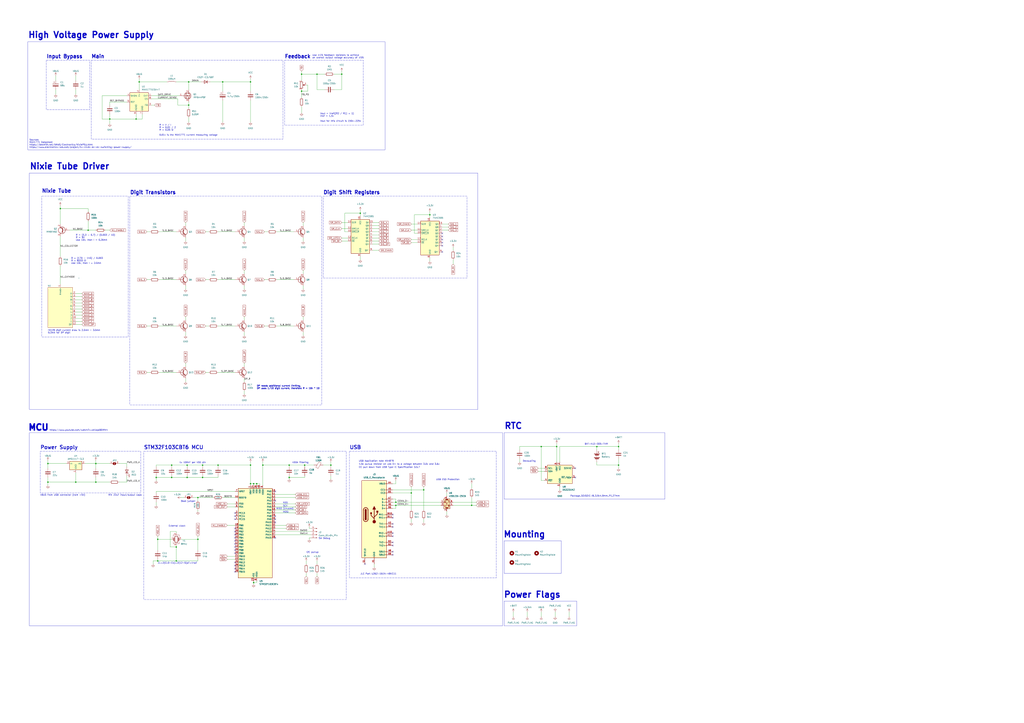
<source format=kicad_sch>
(kicad_sch (version 20231120) (generator "eeschema") (generator_version "8.0")
  (paper "A1")
  (title_block (title "Operation Urd"))
  (junction (at 78.74 381))
  (junction (at 166.37 392.43))
  (junction (at 179.07 382.27))
  (junction (at 78.74 396.24))
  (junction (at 205.74 397.51))
  (junction (at 162.56 408.94))
  (junction (at 39.37 381))
  (junction (at 153.67 392.43))
  (junction (at 325.12 415.29))
  (junction (at 154.94 86.36))
  (junction (at 280.67 60.96))
  (junction (at 215.9 382.27))
  (junction (at 247.65 74.93))
  (junction (at 49.53 171.45))
  (junction (at 208.28 478.79))
  (junction (at 111.76 97.79))
  (junction (at 250.19 382.27))
  (junction (at 140.97 392.43))
  (junction (at 237.49 382.27))
  (junction (at 260.35 60.96))
  (junction (at 247.65 60.96))
  (junction (at 129.54 461.01))
  (junction (at 140.97 382.27))
  (junction (at 295.91 175.26))
  (junction (at 39.37 396.24))
  (junction (at 337.82 405.13))
  (junction (at 508 367.03))
  (junction (at 62.23 396.24))
  (junction (at 353.06 176.53))
  (junction (at 153.67 382.27))
  (junction (at 271.78 382.27))
  (junction (at 237.49 392.43))
  (junction (at 162.56 443.23))
  (junction (at 166.37 382.27))
  (junction (at 129.54 443.23))
  (junction (at 210.82 397.51))
  (junction (at 490.22 367.03))
  (junction (at 457.2 367.03))
  (junction (at 114.3 67.31))
  (junction (at 387.35 415.29))
  (junction (at 72.39 189.23))
  (junction (at 325.12 412.75))
  (junction (at 128.27 392.43))
  (junction (at 144.78 449.58))
  (junction (at 208.28 397.51))
  (junction (at 508 382.27))
  (junction (at 347.98 402.59))
  (junction (at 444.5 367.03))
  (junction (at 154.94 67.31))
  (junction (at 90.17 97.79))
  (junction (at 182.88 67.31))
  (junction (at 205.74 382.27))
  (junction (at 205.74 67.31))
  (junction (at 144.78 461.01))
  (no_connect (at 363.22 199.39))
  (no_connect (at 299.72 463.55))
  (no_connect (at 193.04 421.64))
  (no_connect (at 193.04 464.82))
  (no_connect (at 322.58 440.69))
  (no_connect (at 193.04 449.58))
  (no_connect (at 226.06 426.72))
  (no_connect (at 193.04 439.42))
  (no_connect (at 363.22 191.77))
  (no_connect (at 322.58 445.77))
  (no_connect (at 322.58 453.39))
  (no_connect (at 193.04 424.18))
  (no_connect (at 363.22 201.93))
  (no_connect (at 193.04 444.5))
  (no_connect (at 193.04 454.66))
  (no_connect (at 322.58 425.45))
  (no_connect (at 226.06 411.48))
  (no_connect (at 363.22 207.01))
  (no_connect (at 363.22 194.31))
  (no_connect (at 472.44 384.81))
  (no_connect (at 193.04 441.96))
  (no_connect (at 226.06 424.18))
  (no_connect (at 472.44 392.43))
  (no_connect (at 322.58 438.15))
  (no_connect (at 322.58 422.91))
  (no_connect (at 226.06 441.96))
  (no_connect (at 322.58 448.31))
  (no_connect (at 322.58 430.53))
  (no_connect (at 193.04 426.72))
  (no_connect (at 226.06 429.26))
  (no_connect (at 193.04 447.04))
  (no_connect (at 193.04 462.28))
  (no_connect (at 193.04 452.12))
  (no_connect (at 322.58 455.93))
  (no_connect (at 193.04 467.36))
  (no_connect (at 193.04 436.88))
  (no_connect (at 193.04 469.9))
  (no_connect (at 363.22 196.85))
  (no_connect (at 322.58 433.07))
  (no_connect (at 226.06 403.86))
  (no_connect (at 193.04 434.34))
  (wire (pts (xy 295.91 172.72) (xy 295.91 175.26)))
  (wire (pts (xy 62.23 261.62) (xy 67.31 261.62)))
  (wire (pts (xy 252.73 74.93) (xy 247.65 74.93)))
  (wire (pts (xy 182.88 408.94) (xy 193.04 408.94)))
  (wire (pts (xy 152.4 311.15) (xy 152.4 313.69)))
  (wire (pts (xy 45.72 62.23) (xy 45.72 66.04)))
  (wire (pts (xy 337.82 405.13) (xy 322.58 405.13)))
  (wire (pts (xy 271.78 382.27) (xy 265.43 382.27)))
  (wire (pts (xy 179.07 306.07) (xy 193.04 306.07)))
  (wire (pts (xy 295.91 175.26) (xy 295.91 177.8)))
  (wire (pts (xy 130.81 190.5) (xy 144.78 190.5)))
  (wire (pts (xy 154.94 86.36) (xy 146.05 86.36)))
  (wire (pts (xy 459.74 367.03) (xy 490.22 367.03)))
  (wire (pts (xy 144.78 438.15) (xy 144.78 436.88)))
  (wire (pts (xy 39.37 384.81) (xy 39.37 381)))
  (wire (pts (xy 372.11 412.75) (xy 391.16 412.75)))
  (wire (pts (xy 325.12 397.51) (xy 322.58 397.51)))
  (wire (pts (xy 306.07 195.58) (xy 311.15 195.58)))
  (wire (pts (xy 372.11 415.29) (xy 387.35 415.29)))
  (wire (pts (xy 62.23 266.7) (xy 67.31 266.7)))
  (wire (pts (xy 39.37 396.24) (xy 39.37 398.78)))
  (wire (pts (xy 363.22 189.23) (xy 368.3 189.23)))
  (wire (pts (xy 226.06 414.02) (xy 242.57 414.02)))
  (wire (pts (xy 205.74 379.73) (xy 205.74 382.27)))
  (wire (pts (xy 280.67 195.58) (xy 285.75 195.58)))
  (wire (pts (xy 62.23 396.24) (xy 39.37 396.24)))
  (wire (pts (xy 226.06 408.94) (xy 242.57 408.94)))
  (wire (pts (xy 90.17 97.79) (xy 111.76 97.79)))
  (wire (pts (xy 237.49 392.43) (xy 250.19 392.43)))
  (wire (pts (xy 78.74 381) (xy 78.74 384.81)))
  (wire (pts (xy 387.35 408.94) (xy 387.35 415.29)))
  (wire (pts (xy 78.74 381) (xy 90.17 381)))
  (wire (pts (xy 200.66 323.85) (xy 200.66 321.31)))
  (wire (pts (xy 166.37 392.43) (xy 179.07 392.43)))
  (wire (pts (xy 200.66 311.15) (xy 200.66 313.69)))
  (wire (pts (xy 152.4 298.45) (xy 152.4 300.99)))
  (wire (pts (xy 342.9 191.77) (xy 340.36 191.77)))
  (wire (pts (xy 251.46 461.01) (xy 251.46 463.55)))
  (wire (pts (xy 129.54 459.74) (xy 129.54 461.01)))
  (wire (pts (xy 179.07 229.87) (xy 193.04 229.87)))
  (wire (pts (xy 459.74 400.05) (xy 459.74 402.59)))
  (wire (pts (xy 260.35 471.17) (xy 260.35 473.71)))
  (wire (pts (xy 186.69 416.56) (xy 193.04 416.56)))
  (wire (pts (xy 153.67 391.16) (xy 153.67 392.43)))
  (wire (pts (xy 508 382.27) (xy 508 377.19)))
  (wire (pts (xy 154.94 86.36) (xy 154.94 88.9)))
  (wire (pts (xy 325.12 410.21) (xy 325.12 412.75)))
  (wire (pts (xy 128.27 392.43) (xy 140.97 392.43)))
  (wire (pts (xy 162.56 443.23) (xy 162.56 452.12)))
  (wire (pts (xy 205.74 67.31) (xy 182.88 67.31)))
  (wire (pts (xy 69.85 381) (xy 78.74 381)))
  (wire (pts (xy 179.07 267.97) (xy 193.04 267.97)))
  (wire (pts (xy 116.84 97.79) (xy 111.76 97.79)))
  (wire (pts (xy 182.88 82.55) (xy 182.88 100.33)))
  (wire (pts (xy 120.65 267.97) (xy 123.19 267.97)))
  (wire (pts (xy 325.12 415.29) (xy 325.12 417.83)))
  (wire (pts (xy 213.36 397.51) (xy 213.36 398.78)))
  (wire (pts (xy 271.78 391.16) (xy 271.78 393.7)))
  (wire (pts (xy 372.11 203.2) (xy 372.11 205.74)))
  (wire (pts (xy 306.07 185.42) (xy 311.15 185.42)))
  (wire (pts (xy 168.91 190.5) (xy 171.45 190.5)))
  (wire (pts (xy 162.56 408.94) (xy 175.26 408.94)))
  (wire (pts (xy 237.49 382.27) (xy 237.49 383.54)))
  (wire (pts (xy 72.39 181.61) (xy 72.39 189.23)))
  (wire (pts (xy 153.67 382.27) (xy 140.97 382.27)))
  (wire (pts (xy 237.49 391.16) (xy 237.49 392.43)))
  (wire (pts (xy 285.75 190.5) (xy 283.21 190.5)))
  (wire (pts (xy 210.82 478.79) (xy 208.28 478.79)))
  (wire (pts (xy 114.3 64.77) (xy 114.3 67.31)))
  (wire (pts (xy 97.79 396.24) (xy 104.14 396.24)))
  (wire (pts (xy 90.17 83.82) (xy 104.14 83.82)))
  (wire (pts (xy 280.67 187.96) (xy 285.75 187.96)))
  (wire (pts (xy 444.5 502.92) (xy 444.5 506.73)))
  (wire (pts (xy 49.53 218.44) (xy 49.53 233.68)))
  (wire (pts (xy 283.21 190.5) (xy 283.21 175.26)))
  (wire (pts (xy 325.12 394.97) (xy 325.12 397.51)))
  (wire (pts (xy 179.07 190.5) (xy 193.04 190.5)))
  (wire (pts (xy 152.4 260.35) (xy 152.4 262.89)))
  (wire (pts (xy 186.69 457.2) (xy 193.04 457.2)))
  (wire (pts (xy 200.66 273.05) (xy 200.66 275.59)))
  (wire (pts (xy 130.81 306.07) (xy 144.78 306.07)))
  (wire (pts (xy 247.65 60.96) (xy 260.35 60.96)))
  (wire (pts (xy 124.46 86.36) (xy 127 86.36)))
  (wire (pts (xy 62.23 243.84) (xy 67.31 243.84)))
  (wire (pts (xy 72.39 173.99) (xy 72.39 171.45)))
  (wire (pts (xy 367.03 420.37) (xy 367.03 422.91)))
  (wire (pts (xy 490.22 367.03) (xy 490.22 369.57)))
  (wire (pts (xy 213.36 397.51) (xy 210.82 397.51)))
  (wire (pts (xy 226.06 416.56) (xy 242.57 416.56)))
  (wire (pts (xy 186.69 459.74) (xy 193.04 459.74)))
  (wire (pts (xy 353.06 212.09) (xy 353.06 214.63)))
  (wire (pts (xy 200.66 260.35) (xy 200.66 262.89)))
  (wire (pts (xy 444.5 367.03) (xy 457.2 367.03)))
  (wire (pts (xy 508 367.03) (xy 508 369.57)))
  (wire (pts (xy 250.19 382.27) (xy 257.81 382.27)))
  (wire (pts (xy 200.66 222.25) (xy 200.66 224.79)))
  (wire (pts (xy 260.35 73.66) (xy 266.7 73.66)))
  (wire (pts (xy 490.22 379.73) (xy 490.22 382.27)))
  (wire (pts (xy 168.91 267.97) (xy 171.45 267.97)))
  (wire (pts (xy 78.74 396.24) (xy 90.17 396.24)))
  (wire (pts (xy 128.27 412.75) (xy 128.27 415.29)))
  (wire (pts (xy 120.65 229.87) (xy 123.19 229.87)))
  (wire (pts (xy 72.39 189.23) (xy 78.74 189.23)))
  (wire (pts (xy 247.65 58.42) (xy 247.65 60.96)))
  (wire (pts (xy 162.56 419.1) (xy 162.56 420.37)))
  (wire (pts (xy 337.82 400.05) (xy 337.82 405.13)))
  (wire (pts (xy 172.72 67.31) (xy 182.88 67.31)))
  (wire (pts (xy 153.67 392.43) (xy 166.37 392.43)))
  (wire (pts (xy 162.56 411.48) (xy 162.56 408.94)))
  (wire (pts (xy 248.92 182.88) (xy 248.92 185.42)))
  (wire (pts (xy 217.17 267.97) (xy 219.71 267.97)))
  (wire (pts (xy 247.65 74.93) (xy 247.65 73.66)))
  (wire (pts (xy 280.67 182.88) (xy 285.75 182.88)))
  (wire (pts (xy 455.93 502.92) (xy 455.93 506.73)))
  (wire (pts (xy 148.59 408.94) (xy 151.13 408.94)))
  (wire (pts (xy 227.33 267.97) (xy 241.3 267.97)))
  (wire (pts (xy 444.5 367.03) (xy 444.5 394.97)))
  (wire (pts (xy 337.82 184.15) (xy 342.9 184.15)))
  (wire (pts (xy 363.22 184.15) (xy 368.3 184.15)))
  (wire (pts (xy 248.92 260.35) (xy 248.92 262.89)))
  (wire (pts (xy 441.96 387.35) (xy 447.04 387.35)))
  (wire (pts (xy 153.67 382.27) (xy 153.67 383.54)))
  (wire (pts (xy 129.54 443.23) (xy 140.97 443.23)))
  (wire (pts (xy 254 434.34) (xy 254 433.07)))
  (wire (pts (xy 508 382.27) (xy 508 384.81)))
  (wire (pts (xy 62.23 254) (xy 67.31 254)))
  (wire (pts (xy 208.28 397.51) (xy 208.28 398.78)))
  (wire (pts (xy 200.66 298.45) (xy 200.66 300.99)))
  (wire (pts (xy 248.92 222.25) (xy 248.92 224.79)))
  (wire (pts (xy 90.17 86.36) (xy 90.17 83.82)))
  (wire (pts (xy 111.76 93.98) (xy 111.76 97.79)))
  (wire (pts (xy 90.17 97.79) (xy 90.17 101.6)))
  (wire (pts (xy 248.92 273.05) (xy 248.92 275.59)))
  (wire (pts (xy 307.34 463.55) (xy 307.34 466.09)))
  (wire (pts (xy 166.37 382.27) (xy 166.37 383.54)))
  (wire (pts (xy 130.81 267.97) (xy 144.78 267.97)))
  (wire (pts (xy 247.65 74.93) (xy 247.65 80.01)))
  (wire (pts (xy 337.82 196.85) (xy 342.9 196.85)))
  (wire (pts (xy 266.7 60.96) (xy 260.35 60.96)))
  (wire (pts (xy 129.54 443.23) (xy 129.54 452.12)))
  (wire (pts (xy 322.58 402.59) (xy 347.98 402.59)))
  (wire (pts (xy 247.65 87.63) (xy 247.65 92.71)))
  (wire (pts (xy 90.17 97.79) (xy 90.17 93.98)))
  (wire (pts (xy 140.97 392.43) (xy 153.67 392.43)))
  (wire (pts (xy 217.17 190.5) (xy 219.71 190.5)))
  (wire (pts (xy 179.07 383.54) (xy 179.07 382.27)))
  (wire (pts (xy 271.78 379.73) (xy 271.78 382.27)))
  (wire (pts (xy 337.82 199.39) (xy 342.9 199.39)))
  (wire (pts (xy 337.82 426.72) (xy 337.82 429.26)))
  (wire (pts (xy 186.69 414.02) (xy 193.04 414.02)))
  (wire (pts (xy 152.4 222.25) (xy 152.4 224.79)))
  (wire (pts (xy 226.06 434.34) (xy 234.95 434.34)))
  (wire (pts (xy 154.94 83.82) (xy 154.94 86.36)))
  (wire (pts (xy 226.06 431.8) (xy 234.95 431.8)))
  (wire (pts (xy 72.39 171.45) (xy 49.53 171.45)))
  (wire (pts (xy 62.23 264.16) (xy 67.31 264.16)))
  (wire (pts (xy 49.53 168.91) (xy 49.53 171.45)))
  (wire (pts (xy 62.23 251.46) (xy 67.31 251.46)))
  (wire (pts (xy 140.97 382.27) (xy 140.97 383.54)))
  (wire (pts (xy 490.22 382.27) (xy 508 382.27)))
  (wire (pts (xy 426.72 369.57) (xy 426.72 367.03)))
  (wire (pts (xy 347.98 400.05) (xy 347.98 402.59)))
  (wire (pts (xy 306.07 187.96) (xy 311.15 187.96)))
  (wire (pts (xy 353.06 176.53) (xy 353.06 179.07)))
  (wire (pts (xy 248.92 195.58) (xy 248.92 198.12)))
  (wire (pts (xy 347.98 426.72) (xy 347.98 429.26)))
  (wire (pts (xy 152.4 195.58) (xy 152.4 198.12)))
  (wire (pts (xy 182.88 67.31) (xy 182.88 74.93)))
  (wire (pts (xy 226.06 436.88) (xy 255.27 436.88)))
  (wire (pts (xy 215.9 379.73) (xy 215.9 382.27)))
  (wire (pts (xy 322.58 417.83) (xy 325.12 417.83)))
  (wire (pts (xy 200.66 182.88) (xy 200.66 185.42)))
  (wire (pts (xy 62.23 248.92) (xy 67.31 248.92)))
  (wire (pts (xy 205.74 82.55) (xy 205.74 100.33)))
  (wire (pts (xy 200.66 195.58) (xy 200.66 198.12)))
  (wire (pts (xy 325.12 415.29) (xy 361.95 415.29)))
  (wire (pts (xy 116.84 93.98) (xy 116.84 97.79)))
  (wire (pts (xy 144.78 436.88) (xy 139.7 436.88)))
  (wire (pts (xy 215.9 382.27) (xy 215.9 398.78)))
  (wire (pts (xy 280.67 73.66) (xy 280.67 60.96)))
  (wire (pts (xy 306.07 200.66) (xy 311.15 200.66)))
  (wire (pts (xy 226.06 419.1) (xy 242.57 419.1)))
  (wire (pts (xy 210.82 397.51) (xy 208.28 397.51)))
  (wire (pts (xy 62.23 62.23) (xy 62.23 66.04)))
  (wire (pts (xy 251.46 471.17) (xy 251.46 473.71)))
  (wire (pts (xy 306.07 182.88) (xy 311.15 182.88)))
  (wire (pts (xy 139.7 436.88) (xy 139.7 449.58)))
  (wire (pts (xy 459.74 379.73) (xy 459.74 367.03)))
  (wire (pts (xy 125.73 463.55) (xy 125.73 461.01)))
  (wire (pts (xy 146.05 81.28) (xy 146.05 86.36)))
  (wire (pts (xy 62.23 241.3) (xy 67.31 241.3)))
  (wire (pts (xy 104.14 381) (xy 104.14 383.54)))
  (wire (pts (xy 104.14 78.74) (xy 83.82 78.74)))
  (wire (pts (xy 45.72 73.66) (xy 45.72 77.47)))
  (wire (pts (xy 226.06 406.4) (xy 242.57 406.4)))
  (wire (pts (xy 322.58 412.75) (xy 325.12 412.75)))
  (wire (pts (xy 144.78 449.58) (xy 144.78 448.31)))
  (wire (pts (xy 205.74 64.77) (xy 205.74 67.31)))
  (wire (pts (xy 154.94 96.52) (xy 154.94 100.33)))
  (wire (pts (xy 340.36 176.53) (xy 353.06 176.53)))
  (wire (pts (xy 508 364.49) (xy 508 367.03)))
  (wire (pts (xy 78.74 378.46) (xy 78.74 381)))
  (wire (pts (xy 227.33 190.5) (xy 241.3 190.5)))
  (wire (pts (xy 226.06 439.42) (xy 255.27 439.42)))
  (wire (pts (xy 130.81 229.87) (xy 144.78 229.87)))
  (wire (pts (xy 322.58 410.21) (xy 325.12 410.21)))
  (wire (pts (xy 205.74 397.51) (xy 205.74 398.78)))
  (wire (pts (xy 255.27 434.34) (xy 254 434.34)))
  (wire (pts (xy 152.4 182.88) (xy 152.4 185.42)))
  (wire (pts (xy 179.07 382.27) (xy 205.74 382.27)))
  (wire (pts (xy 274.32 73.66) (xy 280.67 73.66)))
  (wire (pts (xy 154.94 67.31) (xy 154.94 73.66)))
  (wire (pts (xy 260.35 60.96) (xy 260.35 73.66)))
  (wire (pts (xy 162.56 408.94) (xy 158.75 408.94)))
  (wire (pts (xy 78.74 396.24) (xy 62.23 396.24)))
  (wire (pts (xy 372.11 217.17) (xy 372.11 213.36)))
  (wire (pts (xy 49.53 194.31) (xy 49.53 210.82)))
  (wire (pts (xy 168.91 306.07) (xy 171.45 306.07)))
  (wire (pts (xy 387.35 415.29) (xy 391.16 415.29)))
  (wire (pts (xy 144.78 67.31) (xy 154.94 67.31)))
  (wire (pts (xy 217.17 229.87) (xy 219.71 229.87)))
  (wire (pts (xy 210.82 397.51) (xy 210.82 398.78)))
  (wire (pts (xy 144.78 461.01) (xy 162.56 461.01)))
  (wire (pts (xy 252.73 69.85) (xy 252.73 74.93)))
  (wire (pts (xy 39.37 396.24) (xy 39.37 392.43)))
  (wire (pts (xy 139.7 449.58) (xy 144.78 449.58)))
  (wire (pts (xy 129.54 461.01) (xy 144.78 461.01)))
  (wire (pts (xy 208.28 477.52) (xy 208.28 478.79)))
  (wire (pts (xy 421.64 502.92) (xy 421.64 506.73)))
  (wire (pts (xy 128.27 394.97) (xy 128.27 392.43)))
  (wire (pts (xy 353.06 173.99) (xy 353.06 176.53)))
  (wire (pts (xy 144.78 449.58) (xy 144.78 461.01)))
  (wire (pts (xy 490.22 367.03) (xy 508 367.03)))
  (wire (pts (xy 306.07 190.5) (xy 311.15 190.5)))
  (wire (pts (xy 208.28 480.06) (xy 208.28 478.79)))
  (wire (pts (xy 426.72 367.03) (xy 444.5 367.03)))
  (wire (pts (xy 140.97 382.27) (xy 128.27 382.27)))
  (wire (pts (xy 62.23 388.62) (xy 62.23 396.24)))
  (wire (pts (xy 62.23 73.66) (xy 62.23 77.47)))
  (wire (pts (xy 62.23 259.08) (xy 67.31 259.08)))
  (wire (pts (xy 49.53 171.45) (xy 49.53 184.15)))
  (wire (pts (xy 104.14 396.24) (xy 104.14 391.16)))
  (wire (pts (xy 162.56 440.69) (xy 162.56 443.23)))
  (wire (pts (xy 62.23 256.54) (xy 67.31 256.54)))
  (wire (pts (xy 426.72 377.19) (xy 426.72 379.73)))
  (wire (pts (xy 148.59 443.23) (xy 162.56 443.23)))
  (wire (pts (xy 255.27 441.96) (xy 254 441.96)))
  (wire (pts (xy 340.36 191.77) (xy 340.36 176.53)))
  (wire (pts (xy 120.65 306.07) (xy 123.19 306.07)))
  (wire (pts (xy 280.67 58.42) (xy 280.67 60.96)))
  (wire (pts (xy 347.98 402.59) (xy 347.98 419.1)))
  (wire (pts (xy 168.91 229.87) (xy 171.45 229.87)))
  (wire (pts (xy 57.15 189.23) (xy 72.39 189.23)))
  (wire (pts (xy 387.35 397.51) (xy 387.35 401.32)))
  (wire (pts (xy 186.69 431.8) (xy 193.04 431.8)))
  (wire (pts (xy 433.07 502.92) (xy 433.07 506.73)))
  (wire (pts (xy 124.46 78.74) (xy 147.32 78.74)))
  (wire (pts (xy 237.49 382.27) (xy 250.19 382.27)))
  (wire (pts (xy 152.4 234.95) (xy 152.4 237.49)))
  (wire (pts (xy 179.07 382.27) (xy 166.37 382.27)))
  (wire (pts (xy 215.9 382.27) (xy 237.49 382.27)))
  (wire (pts (xy 39.37 381) (xy 54.61 381)))
  (wire (pts (xy 114.3 67.31) (xy 137.16 67.31)))
  (wire (pts (xy 260.35 461.01) (xy 260.35 463.55)))
  (wire (pts (xy 306.07 193.04) (xy 311.15 193.04)))
  (wire (pts (xy 179.07 392.43) (xy 179.07 391.16)))
  (wire (pts (xy 227.33 229.87) (xy 241.3 229.87)))
  (wire (pts (xy 250.19 382.27) (xy 250.19 383.54)))
  (wire (pts (xy 166.37 391.16) (xy 166.37 392.43)))
  (wire (pts (xy 128.27 403.86) (xy 128.27 405.13)))
  (wire (pts (xy 248.92 234.95) (xy 248.92 237.49)))
  (wire (pts (xy 337.82 189.23) (xy 342.9 189.23)))
  (wire (pts (xy 306.07 205.74) (xy 311.15 205.74)))
  (wire (pts (xy 322.58 415.29) (xy 325.12 415.29)))
  (wire (pts (xy 205.74 74.93) (xy 205.74 67.31)))
  (wire (pts (xy 367.03 405.13) (xy 367.03 407.67)))
  (wire (pts (xy 166.37 382.27) (xy 153.67 382.27)))
  (wire (pts (xy 140.97 391.16) (xy 140.97 392.43)))
  (wire (pts (xy 457.2 367.03) (xy 457.2 379.73)))
  (wire (pts (xy 62.23 246.38) (xy 67.31 246.38)))
  (wire (pts (xy 325.12 412.75) (xy 361.95 412.75)))
  (wire (pts (xy 152.4 273.05) (xy 152.4 275.59)))
  (wire (pts (xy 86.36 189.23) (xy 90.17 189.23)))
  (wire (pts (xy 154.94 67.31) (xy 165.1 67.31)))
  (wire (pts (xy 78.74 392.43) (xy 78.74 396.24)))
  (wire (pts (xy 295.91 210.82) (xy 295.91 213.36)))
  (wire (pts (xy 306.07 198.12) (xy 311.15 198.12)))
  (wire (pts (xy 457.2 364.49) (xy 457.2 367.03)))
  (wire (pts (xy 128.27 382.27) (xy 128.27 383.54)))
  (wire (pts (xy 97.79 381) (xy 104.14 381)))
  (wire (pts (xy 237.49 392.43) (xy 237.49 393.7)))
  (wire (pts (xy 129.54 440.69) (xy 129.54 443.23)))
  (wire (pts (xy 120.65 190.5) (xy 123.19 190.5)))
  (wire (pts (xy 39.37 378.46) (xy 39.37 381)))
  (wire (pts (xy 254 441.96) (xy 254 443.23)))
  (wire (pts (xy 128.27 391.16) (xy 128.27 392.43)))
  (wire (pts (xy 283.21 175.26) (xy 295.91 175.26)))
  (wire (pts (xy 247.65 60.96) (xy 247.65 66.04)))
  (wire (pts (xy 210.82 477.52) (xy 210.82 478.79)))
  (wire (pts (xy 280.67 198.12) (xy 285.75 198.12)))
  (wire (pts (xy 280.67 60.96) (xy 274.32 60.96)))
  (wire (pts (xy 83.82 97.79) (xy 90.17 97.79)))
  (wire (pts (xy 271.78 383.54) (xy 271.78 382.27)))
  (wire (pts (xy 200.66 234.95) (xy 200.66 237.49)))
  (wire (pts (xy 125.73 461.01) (xy 129.54 461.01)))
  (wire (pts (xy 441.96 384.81) (xy 447.04 384.81)))
  (wire (pts (xy 162.56 461.01) (xy 162.56 459.74)))
  (wire (pts (xy 250.19 392.43) (xy 250.19 391.16)))
  (wire (pts (xy 83.82 78.74) (xy 83.82 97.79)))
  (wire (pts (xy 337.82 419.1) (xy 337.82 405.13)))
  (wire (pts (xy 114.3 67.31) (xy 114.3 73.66)))
  (wire (pts (xy 467.36 502.92) (xy 467.36 506.73)))
  (wire (pts (xy 205.74 382.27) (xy 205.74 397.51)))
  (wire (pts (xy 363.22 186.69) (xy 368.3 186.69)))
  (wire (pts (xy 124.46 81.28) (xy 146.05 81.28)))
  (wire (pts (xy 226.06 421.64) (xy 242.57 421.64)))
  (wire (pts (xy 128.27 403.86) (xy 193.04 403.86)))
  (wire (pts (xy 447.04 394.97) (xy 444.5 394.97)))
  (wire (pts (xy 251.46 69.85) (xy 252.73 69.85)))
  (wire (pts (xy 208.28 397.51) (xy 205.74 397.51)))
  (rectangle (start 34.29 161.29) (end 105.41 276.86) (stroke (width 0) (type dash)))
  (rectangle (start 106.68 161.29) (end 264.16 332.74) (stroke (width 0) (type dash)))
  (rectangle (start 414.02 355.6) (end 546.1 410.21))
  (rectangle (start 287.02 370.84) (end 407.67 474.98) (stroke (width 0) (type dash)))
  (rectangle (start 24.13 355.6) (end 412.75 514.35))
  (rectangle (start 233.68 49.53) (end 298.45 102.87) (stroke (width 0) (type dash)))
  (rectangle (start 38.1 49.53) (end 73.66 90.17) (stroke (width 0) (type dash)))
  (rectangle (start 74.93 49.53) (end 232.41 114.3) (stroke (width 0) (type dash)))
  (rectangle (start 24.13 142.24) (end 392.43 336.55))
  (rectangle (start 265.43 161.29) (end 383.54 228.6) (stroke (width 0) (type dash)))
  (rectangle (start 22.86 34.29) (end 316.23 123.19))
  (rectangle (start 414.02 444.5) (end 461.01 471.17))
  (rectangle (start 33.02 370.84) (end 115.57 405.13) (stroke (width 0) (type dash)))
  (rectangle (start 118.11 370.84) (end 284.48 492.76) (stroke (width 0) (type dash)))
  (rectangle (start 414.02 494.03) (end 473.71 514.35))
  (text "Package_SO:SOIC-8_3.9x4.9mm_P1.27mm" (at 488.696 407.67 0) (effects (font (size 1.27 1.27))))
  (text "CL=2(CL0-Cs)=2(12-5)pF=14pF" (at 129.54 463.55 0) (effects (font (size 1.27 1.27)) (justify left bottom)))
  (text "VDDA filtering" (at 240.03 381 0) (effects (font (size 1.27 1.27)) (justify left bottom)))
  (text "USB Application note AN4879" (at 294.64 379.73 0) (effects (font (size 1.27 1.27)) (justify left bottom)))
  (text "https://www.youtube.com/watch?v=aVUqaB0IMh4" (at 40.64 354.33 0) (effects (font (size 1.27 1.27)) (justify left bottom)))
  (text "High Voltage Power Supply" (at 22.86 31.75 0) (effects (font (size 5 5) (bold yes)) (justify left bottom)))
  (text "Input Bypass" (at 38.1 48.26 0) (effects (font (size 3 3) (bold yes)) (justify left bottom)))
  (text "Nixie Tube" (at 34.29 158.75 0) (effects (font (size 3 3) (thickness 0.6) (bold yes)) (justify left bottom)))
  (text "DP needs additional current limiting.\nDP uses 1/10 digit current, therefore R = 10k * 10" (at 210.82 320.04 0) (effects (font (size 1.27 1.27) (bold yes)) (justify left bottom)))
  (text "CC pull down from USB Type-C Specification 3.5.7 " (at 294.64 384.81 0) (effects (font (size 1.27 1.27)) (justify left bottom)))
  (text "MCU" (at 22.86 354.33 0) (effects (font (size 5 5) (thickness 1.6) (bold yes)) (justify left bottom)))
  (text "SW Debug" (at 261.62 443.23 0) (effects (font (size 1.27 1.27)) (justify left bottom)))
  (text "R = V / I\nR = 0.01 / 2\nR = 0.05 Ω\n\n0.01v is the MAX1771 current measuring voltage" (at 130.81 111.76 0) (effects (font (size 1.27 1.27)) (justify left bottom)))
  (text "Mounting" (at 413.258 442.214 0) (effects (font (size 5 5) (bold yes)) (justify left bottom)))
  (text "Vout = Vref((R2 / R1) + 1)\nVref = 1.5v\n\nVout for this circuit is 150v-225v" (at 262.89 100.33 0) (effects (font (size 1.27 1.27)) (justify left bottom)))
  (text "Feedback" (at 233.68 48.26 0) (effects (font (size 3 3) (thickness 0.6) (bold yes)) (justify left bottom)))
  (text "MOSI" (at 232.41 421.64 0) (effects (font (size 1.27 1.27)) (justify left bottom)))
  (text "RTC" (at 414.02 353.06 0) (effects (font (size 5 5) (bold yes)) (justify left bottom)))
  (text "IN12B digit current draw is 2.5mA - 3.5mA\n0.3mA for DP digit" (at 39.37 274.32 0) (effects (font (size 1.27 1.27)) (justify left bottom)))
  (text "External clock" (at 138.43 433.07 0) (effects (font (size 1.27 1.27)) (justify left bottom)))
  (text "Min 22uF input/output caps" (at 88.9 407.67 0) (effects (font (size 1.27 1.27)) (justify left bottom)))
  (text "Digit Shift Registers" (at 265.43 160.02 0) (effects (font (size 3 3) (thickness 0.6) (bold yes)) (justify left bottom)))
  (text "NSS" (at 232.41 414.02 0) (effects (font (size 1.27 1.27)) (justify left bottom)))
  (text "Power Flags" (at 413.512 491.744 0) (effects (font (size 5 5) (bold yes)) (justify left bottom)))
  (text "I2C pullup" (at 251.46 454.66 0) (effects (font (size 1.27 1.27)) (justify left bottom)))
  (text "JLC Part U262-161N-4BVC11" (at 295.91 472.44 0) (effects (font (size 1.27 1.27)) (justify left bottom)))
  (text "USB" (at 287.02 369.57 0) (effects (font (size 3 3) (thickness 0.5) (bold yes)) (justify left bottom)))
  (text "USB ESD Protection" (at 358.14 394.97 0) (effects (font (size 1.27 1.27)) (justify left bottom)))
  (text "Sources\nMAX1771 Datasheet\nhttps://desmith.net/NMdS/Electronics/NixiePSU.html\nhttps://www.electronics-lab.com/project/hv-nixie-dc-dc-switching-power-supply/" (at 24.13 121.92 0) (effects (font (size 1.27 1.27)) (justify left bottom)))
  (text "Main" (at 74.93 48.26 0) (effects (font (size 3 3) (thickness 0.6) (bold yes)) (justify left bottom)))
  (text "VBUS from USB connector (nom +5V)\n" (at 33.02 407.67 0) (effects (font (size 1.27 1.27)) (justify left bottom)))
  (text "1x 100nF per VDD pin" (at 147.32 381 0) (effects (font (size 1.27 1.27)) (justify left bottom)))
  (text "Power Supply" (at 33.02 369.57 0) (effects (font (size 3 3) (thickness 0.5) (bold yes)) (justify left bottom)))
  (text "R = (170 - 145) / 0.003\nR = 8333 Ω\nUse 10k, then I = 2.5mA" (at 58.42 217.17 0) (effects (font (size 1.27 1.27)) (justify left bottom)))
  (text "Use ±1% feedback resistors to achieve\nan overall output voltage accuracy of ±5%" (at 256.54 48.26 0) (effects (font (size 1.27 1.27)) (justify left bottom)))
  (text "R = (3.3 - 0.7) / (0.003 / 10)\nR = 9K\nUse 10k, then I = 0.26mA\n" (at 62.23 198.12 0) (effects (font (size 1.27 1.27)) (justify left bottom)))
  (text "Nixie Tube Driver" (at 24.13 139.7 0) (effects (font (size 5 5) (bold yes)) (justify left bottom)))
  (text "BAT-HLD-005-THM" (at 489.712 364.998 0) (effects (font (size 1.27 1.27))))
  (text "MISO (Unused)" (at 226.822 418.846 0) (effects (font (size 1.27 1.27)) (justify left bottom)))
  (text "Boot jumper" (at 148.59 412.75 0) (effects (font (size 1.27 1.27)) (justify left bottom)))
  (text "Digit Transistors" (at 106.68 160.02 0) (effects (font (size 3 3) (thickness 0.6) (bold yes)) (justify left bottom)))
  (text "STM32F103CBT6 MCU" (at 118.11 369.57 0) (effects (font (size 3 3) (thickness 0.5) (bold yes)) (justify left bottom)))
  (text "1.5k pullup resistor on usb D+ to a voltage between 3.0v and 3.6v" (at 294.64 382.27 0) (effects (font (size 1.27 1.27)) (justify left bottom)))
  (text "SCK" (at 232.41 416.56 0) (effects (font (size 1.27 1.27)) (justify left bottom)))
  (text "Decoupling" (at 429.26 379.73 0) (effects (font (size 1.27 1.27)) (justify left bottom)))
  (label "GATE_DRIVE" (at 129.54 78.74 0))
  (label "S_3_BASE" (at 133.35 229.87 0))
  (label "N1_CATHODE" (at 49.53 228.6 0))
  (label "S_4_BASE" (at 181.61 229.87 0))
  (label "S_DP_BASE" (at 181.61 306.07 0))
  (label "DP_R" (at 200.66 312.42 0))
  (label "CONN_D-" (at 326.39 412.75 0))
  (label "CONN_D+" (at 326.39 415.29 0))
  (label "FB_PD" (at 247.65 78.74 0))
  (label "PWR_LED_K" (at 104.14 396.24 0))
  (label "N1_COLLECTOR" (at 49.53 203.2 0))
  (label "S_9_BASE" (at 133.35 306.07 0))
  (label "DRAIN" (at 157.48 67.31 0))
  (label "S_0_BASE" (at 133.35 190.5 0))
  (label "PWR_LED_A" (at 104.14 381 0))
  (label "N1_BASE" (at 59.69 189.23 0))
  (label "S_1_BASE" (at 181.61 190.5 0))
  (label "S_5_BASE" (at 229.87 229.87 0))
  (label "S_7_BASE" (at 181.61 267.97 0))
  (label "S_6_BASE" (at 133.35 267.97 0))
  (label "SWCLK" (at 246.38 439.42 0))
  (label "JMP_BOOT0" (at 163.83 408.94 0))
  (label "S_8_BASE" (at 229.87 267.97 0))
  (label "CURRENT_SENSE" (at 129.54 81.28 0))
  (label "S_2_BASE" (at 229.87 190.5 0))
  (label "BOOT0" (at 184.15 408.94 0))
  (label "NRST" (at 170.18 403.86 0))
  (label "REF_BYPASS" (at 90.17 83.82 0))
  (label "SWDIO" (at 246.38 436.88 0))
  (global_label "SIG_1" (shape input) (at 168.91 190.5 180) (property "Intersheetrefs" "${INTERSHEET_REFS}" (effects (hide yes))))
  (global_label "SIG_7" (shape input) (at 311.15 190.5 0) (property "Intersheetrefs" "${INTERSHEET_REFS}" (effects (hide yes))))
  (global_label "SDA" (shape input) (at 260.35 473.71 270) (property "Intersheetrefs" "${INTERSHEET_REFS}" (effects (hide yes))))
  (global_label "USB_D-" (shape input) (at 391.16 412.75 0) (property "Intersheetrefs" "${INTERSHEET_REFS}" (effects (hide yes))))
  (global_label "SIG_0" (shape input) (at 311.15 198.12 0) (property "Intersheetrefs" "${INTERSHEET_REFS}" (effects (hide yes))))
  (global_label "HSE_IN" (shape input) (at 129.54 440.69 90) (property "Intersheetrefs" "${INTERSHEET_REFS}" (effects (hide yes))))
  (global_label "HSE_OUT" (shape input) (at 186.69 416.56 180) (property "Intersheetrefs" "${INTERSHEET_REFS}" (effects (hide yes))))
  (global_label "SR_OE" (shape input) (at 242.57 419.1 0) (property "Intersheetrefs" "${INTERSHEET_REFS}" (effects (hide yes))))
  (global_label "NIXIE_1" (shape input) (at 200.66 182.88 90) (property "Intersheetrefs" "${INTERSHEET_REFS}" (effects (hide yes))))
  (global_label "NIXIE_8" (shape input) (at 248.92 260.35 90) (property "Intersheetrefs" "${INTERSHEET_REFS}" (effects (hide yes))))
  (global_label "SR_LATCH" (shape input) (at 242.57 414.02 0) (property "Intersheetrefs" "${INTERSHEET_REFS}" (effects (hide yes))))
  (global_label "SIG_DP" (shape input) (at 168.91 306.07 180) (property "Intersheetrefs" "${INTERSHEET_REFS}" (effects (hide yes))))
  (global_label "NIXIE_8" (shape input) (at 67.31 246.38 0) (property "Intersheetrefs" "${INTERSHEET_REFS}" (effects (hide yes))))
  (global_label "NIXIE_2" (shape input) (at 248.92 182.88 90) (property "Intersheetrefs" "${INTERSHEET_REFS}" (effects (hide yes))))
  (global_label "USB_D+" (shape input) (at 391.16 415.29 0) (property "Intersheetrefs" "${INTERSHEET_REFS}" (effects (hide yes))))
  (global_label "SIG_9" (shape input) (at 120.65 306.07 180) (property "Intersheetrefs" "${INTERSHEET_REFS}" (effects (hide yes))))
  (global_label "SIG_4" (shape input) (at 311.15 182.88 0) (property "Intersheetrefs" "${INTERSHEET_REFS}" (effects (hide yes))))
  (global_label "SIG_3" (shape input) (at 368.3 189.23 0) (property "Intersheetrefs" "${INTERSHEET_REFS}" (effects (hide yes))))
  (global_label "N1_ENABLE" (shape input) (at 90.17 189.23 0) (property "Intersheetrefs" "${INTERSHEET_REFS}" (effects (hide yes))))
  (global_label "SIG_6" (shape input) (at 120.65 267.97 180) (property "Intersheetrefs" "${INTERSHEET_REFS}" (effects (hide yes))))
  (global_label "NIXIE_7" (shape input) (at 67.31 248.92 0) (property "Intersheetrefs" "${INTERSHEET_REFS}" (effects (hide yes))))
  (global_label "NIXIE_3" (shape input) (at 152.4 222.25 90) (property "Intersheetrefs" "${INTERSHEET_REFS}" (effects (hide yes))))
  (global_label "SIG_2" (shape input) (at 368.3 186.69 0) (property "Intersheetrefs" "${INTERSHEET_REFS}" (effects (hide yes))))
  (global_label "SR_LATCH" (shape input) (at 337.82 196.85 180) (property "Intersheetrefs" "${INTERSHEET_REFS}" (effects (hide yes))))
  (global_label "NIXIE_0" (shape input) (at 152.4 182.88 90) (property "Intersheetrefs" "${INTERSHEET_REFS}" (effects (hide yes))))
  (global_label "HSE_IN" (shape input) (at 186.69 414.02 180) (property "Intersheetrefs" "${INTERSHEET_REFS}" (effects (hide yes))))
  (global_label "SDA" (shape input) (at 441.96 387.35 180) (property "Intersheetrefs" "${INTERSHEET_REFS}" (effects (hide yes))))
  (global_label "USB_CC1" (shape input) (at 242.57 406.4 0) (property "Intersheetrefs" "${INTERSHEET_REFS}" (effects (hide yes))))
  (global_label "NIXIE_5" (shape input) (at 67.31 254 0) (property "Intersheetrefs" "${INTERSHEET_REFS}" (effects (hide yes))))
  (global_label "NIXIE_4" (shape input) (at 200.66 222.25 90) (property "Intersheetrefs" "${INTERSHEET_REFS}" (effects (hide yes))))
  (global_label "SDA" (shape input) (at 186.69 459.74 180) (property "Intersheetrefs" "${INTERSHEET_REFS}" (effects (hide yes))))
  (global_label "FB" (shape input) (at 247.65 58.42 90) (property "Intersheetrefs" "${INTERSHEET_REFS}" (effects (hide yes))))
  (global_label "NIXIE_DP" (shape input) (at 67.31 266.7 0) (property "Intersheetrefs" "${INTERSHEET_REFS}" (effects (hide yes))))
  (global_label "NIXIE_7" (shape input) (at 200.66 260.35 90) (property "Intersheetrefs" "${INTERSHEET_REFS}" (effects (hide yes))))
  (global_label "SR_OE" (shape input) (at 372.11 217.17 270) (property "Intersheetrefs" "${INTERSHEET_REFS}" (effects (hide yes))))
  (global_label "NIXIE_DP" (shape input) (at 200.66 298.45 90) (property "Intersheetrefs" "${INTERSHEET_REFS}" (effects (hide yes))))
  (global_label "SR_CHAIN" (shape input) (at 311.15 205.74 0) (property "Intersheetrefs" "${INTERSHEET_REFS}" (effects (hide yes))))
  (global_label "SR_CLK" (shape input) (at 337.82 189.23 180) (property "Intersheetrefs" "${INTERSHEET_REFS}" (effects (hide yes))))
  (global_label "SR_CHAIN" (shape input) (at 337.82 184.15 180) (property "Intersheetrefs" "${INTERSHEET_REFS}" (effects (hide yes))))
  (global_label "NIXIE_6" (shape input) (at 152.4 260.35 90) (property "Intersheetrefs" "${INTERSHEET_REFS}" (effects (hide yes))))
  (global_label "SCL" (shape input) (at 251.46 473.71 270) (property "Intersheetrefs" "${INTERSHEET_REFS}" (effects (hide yes))))
  (global_label "USB_CC1" (shape input) (at 347.98 400.05 90) (property "Intersheetrefs" "${INTERSHEET_REFS}" (effects (hide yes))))
  (global_label "SR_OE" (shape input) (at 337.82 199.39 180) (property "Intersheetrefs" "${INTERSHEET_REFS}" (effects (hide yes))))
  (global_label "SIG_4" (shape input) (at 168.91 229.87 180) (property "Intersheetrefs" "${INTERSHEET_REFS}" (effects (hide yes))))
  (global_label "SR_DATA" (shape input) (at 280.67 182.88 180) (property "Intersheetrefs" "${INTERSHEET_REFS}" (effects (hide yes))))
  (global_label "USB_D+" (shape input) (at 234.95 434.34 0) (property "Intersheetrefs" "${INTERSHEET_REFS}" (effects (hide yes))))
  (global_label "NIXIE_9" (shape input) (at 67.31 243.84 0) (property "Intersheetrefs" "${INTERSHEET_REFS}" (effects (hide yes))))
  (global_label "NIXIE_0" (shape input) (at 67.31 241.3 0) (property "Intersheetrefs" "${INTERSHEET_REFS}" (effects (hide yes))))
  (global_label "NIXIE_4" (shape input) (at 67.31 256.54 0) (property "Intersheetrefs" "${INTERSHEET_REFS}" (effects (hide yes))))
  (global_label "SR_CLK" (shape input) (at 242.57 416.56 0) (property "Intersheetrefs" "${INTERSHEET_REFS}" (effects (hide yes))))
  (global_label "SCL" (shape input) (at 186.69 457.2 180) (property "Intersheetrefs" "${INTERSHEET_REFS}" (effects (hide yes))))
  (global_label "SIG_7" (shape input) (at 168.91 267.97 180) (property "Intersheetrefs" "${INTERSHEET_REFS}" (effects (hide yes))))
  (global_label "HSE_OUT" (shape input) (at 162.56 440.69 90) (property "Intersheetrefs" "${INTERSHEET_REFS}" (effects (hide yes))))
  (global_label "SIG_8" (shape input) (at 311.15 193.04 0) (property "Intersheetrefs" "${INTERSHEET_REFS}" (effects (hide yes))))
  (global_label "SIG_5" (shape input) (at 311.15 185.42 0) (property "Intersheetrefs" "${INTERSHEET_REFS}" (effects (hide yes))))
  (global_label "SIG_DP" (shape input) (at 311.15 200.66 0) (property "Intersheetrefs" "${INTERSHEET_REFS}" (effects (hide yes))))
  (global_label "NIXIE_9" (shape input) (at 152.4 298.45 90) (property "Intersheetrefs" "${INTERSHEET_REFS}" (effects (hide yes))))
  (global_label "SIG_1" (shape input) (at 368.3 184.15 0) (property "Intersheetrefs" "${INTERSHEET_REFS}" (effects (hide yes))))
  (global_label "SIG_9" (shape input) (at 311.15 195.58 0) (property "Intersheetrefs" "${INTERSHEET_REFS}" (effects (hide yes))))
  (global_label "SIG_3" (shape input) (at 120.65 229.87 180) (property "Intersheetrefs" "${INTERSHEET_REFS}" (effects (hide yes))))
  (global_label "SIG_6" (shape input) (at 311.15 187.96 0) (property "Intersheetrefs" "${INTERSHEET_REFS}" (effects (hide yes))))
  (global_label "FB" (shape input) (at 127 86.36 0) (property "Intersheetrefs" "${INTERSHEET_REFS}" (effects (hide yes))))
  (global_label "SCL" (shape input) (at 441.96 384.81 180) (property "Intersheetrefs" "${INTERSHEET_REFS}" (effects (hide yes))))
  (global_label "NIXIE_1" (shape input) (at 67.31 264.16 0) (property "Intersheetrefs" "${INTERSHEET_REFS}" (effects (hide yes))))
  (global_label "NIXIE_3" (shape input) (at 67.31 259.08 0) (property "Intersheetrefs" "${INTERSHEET_REFS}" (effects (hide yes))))
  (global_label "SIG_5" (shape input) (at 217.17 229.87 180) (property "Intersheetrefs" "${INTERSHEET_REFS}" (effects (hide yes))))
  (global_label "SIG_8" (shape input) (at 217.17 267.97 180) (property "Intersheetrefs" "${INTERSHEET_REFS}" (effects (hide yes))))
  (global_label "SR_CLK" (shape input) (at 280.67 187.96 180) (property "Intersheetrefs" "${INTERSHEET_REFS}" (effects (hide yes))))
  (global_label "NIXIE_6" (shape input) (at 67.31 251.46 0) (property "Intersheetrefs" "${INTERSHEET_REFS}" (effects (hide yes))))
  (global_label "USB_D-" (shape input) (at 234.95 431.8 0) (property "Intersheetrefs" "${INTERSHEET_REFS}" (effects (hide yes))))
  (global_label "NIXIE_2" (shape input) (at 67.31 261.62 0) (property "Intersheetrefs" "${INTERSHEET_REFS}" (effects (hide yes))))
  (global_label "SIG_0" (shape input) (at 120.65 190.5 180) (property "Intersheetrefs" "${INTERSHEET_REFS}" (effects (hide yes))))
  (global_label "USB_CC2" (shape input) (at 242.57 408.94 0) (property "Intersheetrefs" "${INTERSHEET_REFS}" (effects (hide yes))))
  (global_label "SR_OE" (shape input) (at 280.67 198.12 180) (property "Intersheetrefs" "${INTERSHEET_REFS}" (effects (hide yes))))
  (global_label "NIXIE_5" (shape input) (at 248.92 222.25 90) (property "Intersheetrefs" "${INTERSHEET_REFS}" (effects (hide yes))))
  (global_label "SR_LATCH" (shape input) (at 280.67 195.58 180) (property "Intersheetrefs" "${INTERSHEET_REFS}" (effects (hide yes))))
  (global_label "SR_DATA" (shape input) (at 242.57 421.64 0) (property "Intersheetrefs" "${INTERSHEET_REFS}" (effects (hide yes))))
  (global_label "USB_CC2" (shape input) (at 337.82 400.05 90) (property "Intersheetrefs" "${INTERSHEET_REFS}" (effects (hide yes))))
  (global_label "N1_ENABLE" (shape input) (at 186.69 431.8 180) (property "Intersheetrefs" "${INTERSHEET_REFS}" (effects (hide yes))))
  (global_label "SIG_2" (shape input) (at 217.17 190.5 180) (property "Intersheetrefs" "${INTERSHEET_REFS}" (effects (hide yes))))
  (symbol (lib_id "power:GND") (at 237.49 393.7 0) (unit 1)
    (property "Reference" "#PWR042" (effects (hide yes)))
    (property "Value" "GND" (effects (hide yes)))
  )
  (symbol (lib_id "power:VBUS") (at 45.72 62.23 0) (unit 1)
    (property "Reference" "#PWR08" (effects (hide yes)))
    (property "Value" "VBUS" (at 45.72 58.42 0))
  )
  (symbol (lib_id "Device:R") (at 270.51 60.96 90) (unit 1)
    (property "Reference" "R2" (at 270.51 54.61 90))
    (property "Value" "1M5" (at 270.51 57.15 90))
    (property "Footprint" "Resistor_SMD:R_2512_6332Metric" (effects (hide yes)))
  )
  (symbol (lib_id "Device:C") (at 271.78 387.35 0) (unit 1)
    (property "Reference" "C19" (at 275.59 386.715 0) (effects (justify left)))
    (property "Value" "1u" (at 275.59 389.255 0) (effects (justify left)))
    (property "Footprint" "Capacitor_SMD:C_0402_1005Metric" (effects (hide yes)))
  )
  (symbol (lib_id "Device:R") (at 179.07 408.94 270) (unit 1)
    (property "Reference" "R20" (at 179.07 406.4 90))
    (property "Value" "10k" (at 179.07 408.94 90))
    (property "Footprint" "Resistor_SMD:R_0402_1005Metric" (effects (hide yes)))
  )
  (symbol (lib_id "power:GND") (at 152.4 237.49 0) (unit 1)
    (property "Reference" "#PWR021" (effects (hide yes)))
    (property "Value" "GND" (at 152.4 242.57 0))
  )
  (symbol (lib_id "power:VBUS") (at 367.03 405.13 0) (unit 1)
    (property "Reference" "#PWR051" (effects (hide yes)))
    (property "Value" "VBUS" (at 367.03 401.32 0))
  )
  (symbol (lib_id "power:GND") (at 200.66 237.49 0) (unit 1)
    (property "Reference" "#PWR022" (effects (hide yes)))
    (property "Value" "GND" (at 200.66 242.57 0))
  )
  (symbol (lib_id "power:GND") (at 367.03 422.91 0) (unit 1)
    (property "Reference" "#PWR052" (effects (hide yes)))
    (property "Value" "GND" (effects (hide yes)))
  )
  (symbol (lib_id "Device:R") (at 337.82 422.91 180) (unit 1)
    (property "Reference" "R21" (at 340.36 422.275 0) (effects (justify right)))
    (property "Value" "5k1" (at 340.36 424.815 0) (effects (justify right)))
    (property "Footprint" "Resistor_SMD:R_0402_1005Metric" (effects (hide yes)))
  )
  (symbol (lib_id "power:GND") (at 152.4 275.59 0) (unit 1)
    (property "Reference" "#PWR024" (effects (hide yes)))
    (property "Value" "GND" (at 152.4 280.67 0))
  )
  (symbol (lib_id "Device:R") (at 127 229.87 90) (unit 1)
    (property "Reference" "R6" (at 127 223.52 90))
    (property "Value" "10k" (at 127 226.06 90))
    (property "Footprint" "Resistor_SMD:R_0402_1005Metric" (effects (hide yes)))
  )
  (symbol (lib_id "power:GND") (at 254 443.23 0) (unit 1)
    (property "Reference" "#PWR044" (effects (hide yes)))
    (property "Value" "GND" (effects (hide yes)))
  )
  (symbol (lib_id "power:VCC") (at 280.67 58.42 0) (unit 1)
    (property "Reference" "#PWR01" (effects (hide yes)))
    (property "Value" "VCC" (at 280.67 53.34 0))
  )
  (symbol (lib_id "Device:R") (at 162.56 415.29 180) (unit 1)
    (property "Reference" "R19" (at 160.02 415.29 90))
    (property "Value" "10k" (at 162.56 415.29 90))
    (property "Footprint" "Resistor_SMD:R_0402_1005Metric" (effects (hide yes)))
  )
  (symbol (lib_id "Device:R") (at 175.26 267.97 90) (unit 1)
    (property "Reference" "R10" (at 175.26 261.62 90))
    (property "Value" "10k" (at 175.26 264.16 90))
    (property "Footprint" "Resistor_SMD:R_0402_1005Metric" (effects (hide yes)))
  )
  (symbol (lib_id "power:GND") (at 152.4 198.12 0) (unit 1)
    (property "Reference" "#PWR018" (effects (hide yes)))
    (property "Value" "GND" (at 152.4 203.2 0))
  )
  (symbol (lib_id "power:GND") (at 248.92 198.12 0) (unit 1)
    (property "Reference" "#PWR020" (effects (hide yes)))
    (property "Value" "GND" (at 248.92 203.2 0))
  )
  (symbol (lib_id "Device:R") (at 200.66 317.5 0) (unit 1)
    (property "Reference" "R17" (at 203.2 316.23 0) (effects (justify left)))
    (property "Value" "100k" (at 203.2 318.77 0) (effects (justify left)))
    (property "Footprint" "Resistor_SMD:R_0402_1005Metric" (effects (hide yes)))
  )
  (symbol (lib_id "Device:R") (at 223.52 190.5 90) (unit 1)
    (property "Reference" "R5" (at 223.52 184.15 90))
    (property "Value" "10k" (at 223.52 186.69 90))
    (property "Footprint" "Resistor_SMD:R_0402_1005Metric" (effects (hide yes)))
  )
  (symbol (lib_id "power:GND") (at 271.78 393.7 0) (unit 1)
    (property "Reference" "#PWR046" (effects (hide yes)))
    (property "Value" "GND" (effects (hide yes)))
  )
  (symbol (lib_id "Device:R") (at 347.98 422.91 180) (unit 1)
    (property "Reference" "R22" (at 350.52 422.275 0) (effects (justify right)))
    (property "Value" "5k1" (at 350.52 424.815 0) (effects (justify right)))
    (property "Footprint" "Resistor_SMD:R_0402_1005Metric" (effects (hide yes)))
  )
  (symbol (lib_id "power:VBUS") (at 114.3 64.77 0) (unit 1)
    (property "Reference" "#PWR02" (effects (hide yes)))
    (property "Value" "VBUS" (at 114.3 60.96 0))
  )
  (symbol (lib_id "Device:R") (at 260.35 467.36 180) (unit 1)
    (property "Reference" "R26" (at 262.89 466.725 0) (effects (justify right)))
    (property "Value" "1k5" (at 262.89 469.265 0) (effects (justify right)))
    (property "Footprint" "Resistor_SMD:R_0402_1005Metric" (effects (hide yes)))
  )
  (symbol (lib_id "power:+3.3V") (at 295.91 172.72 0) (unit 1)
    (property "Reference" "#PWR014" (effects (hide yes)))
    (property "Value" "+3.3V" (at 295.91 167.64 0))
  )
  (symbol (lib_id "Device:R") (at 127 306.07 90) (unit 1)
    (property "Reference" "R12" (at 127 299.72 90))
    (property "Value" "10k" (at 127 302.26 90))
    (property "Footprint" "Resistor_SMD:R_0402_1005Metric" (effects (hide yes)))
  )
  (symbol (lib_id "power:PWR_FLAG") (at 421.64 506.73 180) (unit 1)
    (property "Reference" "#FLG05" (effects (hide yes)))
    (property "Value" "PWR_FLAG" (at 421.64 511.81 0))
    (property "Description" "Special symbol for telling ERC where power comes from" (effects (hide yes)))
  )
  (symbol (lib_id "Mechanical:MountingHole") (at 420.37 454.66 0) (unit 1) (exclude_from_sim yes) (in_bom no)
    (property "Reference" "H1" (at 422.91 453.3899 0) (effects (justify left)))
    (property "Value" "MountingHole" (at 422.91 455.9299 0) (effects (justify left)))
    (property "Footprint" "MountingHole:MountingHole_3.2mm_M3" (effects (hide yes)))
    (property "Description" "Mounting Hole without connection" (effects (hide yes)))
  )
  (symbol (lib_id "power:GND") (at 45.72 77.47 0) (unit 1)
    (property "Reference" "#PWR09" (effects (hide yes)))
    (property "Value" "GND" (at 45.72 82.55 0))
  )
  (symbol (lib_id "Transistor_BJT:MMBTA42") (at 198.12 229.87 0) (unit 1)
    (property "Reference" "Q7" (at 203.2 229.87 0) (effects (justify left)))
    (property "Value" "MMBTA42" (effects (hide yes)))
    (property "Footprint" "Package_TO_SOT_SMD:SOT-23" (effects (hide yes)))
    (property "Datasheet" "https://www.onsemi.com/pub/Collateral/MMBTA42LT1-D.PDF" (effects (hide yes)))
    (property "Description" "0.5A Ic, 300V Vce, NPN High Voltage Transistor, SOT-23" (effects (hide yes)))
  )
  (symbol (lib_id "Device:C") (at 153.67 387.35 0) (unit 1)
    (property "Reference" "C13" (at 157.48 386.715 0) (effects (justify left)))
    (property "Value" "100n" (at 157.48 389.255 0) (effects (justify left)))
    (property "Footprint" "Capacitor_SMD:C_0402_1005Metric" (effects (hide yes)))
  )
  (symbol (lib_id "power:GND") (at 353.06 214.63 0) (unit 1)
    (property "Reference" "#PWR016" (effects (hide yes)))
    (property "Value" "GND" (at 353.06 219.71 0))
  )
  (symbol (lib_id "power:GND") (at 125.73 463.55 0) (unit 1)
    (property "Reference" "#PWR036" (effects (hide yes)))
    (property "Value" "GND" (effects (hide yes)))
  )
  (symbol (lib_id "power:PWR_FLAG") (at 433.07 506.73 180) (unit 1)
    (property "Reference" "#FLG04" (effects (hide yes)))
    (property "Value" "PWR_FLAG" (at 433.07 511.81 0))
    (property "Description" "Special symbol for telling ERC where power comes from" (effects (hide yes)))
  )
  (symbol (lib_id "power:GND") (at 307.34 466.09 0) (unit 1)
    (property "Reference" "#PWR047" (effects (hide yes)))
    (property "Value" "GND" (effects (hide yes)))
  )
  (symbol (lib_id "Regulator_Switching:MAX1771xSA") (at 114.3 83.82 0) (unit 1)
    (property "Reference" "U1" (at 116.4941 71.12 0) (effects (justify left)))
    (property "Value" "MAX1771ESA+T" (at 116.4941 73.66 0) (effects (justify left)))
    (property "Footprint" "Package_SO:SO-8_3.9x4.9mm_P1.27mm" (effects (hide yes)))
    (property "Datasheet" "https://datasheets.maximintegrated.com/en/ds/MAX1771.pdf" (effects (hide yes)))
  )
  (symbol (lib_id "Device:FerriteBead") (at 261.62 382.27 90) (unit 1)
    (property "Reference" "FB1" (at 261.5692 375.92 90))
    (property "Value" "120R" (at 261.5692 378.46 90))
    (property "Footprint" "Inductor_SMD:L_0603_1608Metric" (effects (hide yes)))
  )
  (symbol (lib_id "Device:LED") (at 104.14 387.35 90) (unit 1)
    (property "Reference" "D2" (at 107.95 387.6674 90) (effects (justify right)))
    (property "Value" "RED" (at 107.95 390.2074 90) (effects (justify right)))
    (property "Footprint" "LED_SMD:LED_0603_1608Metric" (effects (hide yes)))
  )
  (symbol (lib_id "Jumper:SolderJumper_2_Open") (at 93.98 381 0) (unit 1)
    (property "Reference" "JP2" (at 93.98 378.46 0))
    (property "Value" "SolderJumper_2_Open" (effects (hide yes)))
    (property "Footprint" "Connector_PinHeader_2.54mm:PinHeader_1x02_P2.54mm_Vertical" (effects (hide yes)))
  )
  (symbol (lib_id "Device:C") (at 90.17 90.17 0) (unit 1)
    (property "Reference" "C3" (at 93.98 88.8999 0) (effects (justify left)))
    (property "Value" "100n" (at 93.98 91.4399 0) (effects (justify left)))
    (property "Footprint" "Capacitor_SMD:C_0402_1005Metric" (effects (hide yes)))
  )
  (symbol (lib_id "Device:C") (at 78.74 388.62 0) (unit 1)
    (property "Reference" "C8" (at 82.55 387.985 0) (effects (justify left)))
    (property "Value" "22u" (at 82.55 390.525 0) (effects (justify left)))
    (property "Footprint" "Capacitor_SMD:C_0805_2012Metric" (effects (hide yes)))
  )
  (symbol (lib_id "power:GND") (at 128.27 394.97 0) (unit 1)
    (property "Reference" "#PWR034" (effects (hide yes)))
    (property "Value" "GND" (effects (hide yes)))
  )
  (symbol (lib_id "Device:C") (at 128.27 387.35 0) (unit 1)
    (property "Reference" "C9" (at 132.08 386.715 0) (effects (justify left)))
    (property "Value" "10u" (at 132.08 389.255 0) (effects (justify left)))
    (property "Footprint" "Capacitor_SMD:C_0603_1608Metric" (effects (hide yes)))
  )
  (symbol (lib_id "Device:R") (at 72.39 177.8 180) (unit 1)
    (property "Reference" "R15" (at 74.93 176.53 0) (effects (justify right)))
    (property "Value" "100k" (at 74.93 179.07 0) (effects (justify right)))
    (property "Footprint" "Resistor_SMD:R_0402_1005Metric" (effects (hide yes)))
  )
  (symbol (lib_id "Device:R") (at 247.65 83.82 0) (unit 1)
    (property "Reference" "R1" (at 250.19 82.55 0) (effects (justify left)))
    (property "Value" "10k" (at 250.19 85.09 0) (effects (justify left)))
    (property "Footprint" "Resistor_SMD:R_0402_1005Metric" (effects (hide yes)))
  )
  (symbol (lib_id "Device:C") (at 426.72 373.38 0) (unit 1)
    (property "Reference" "C20" (at 430.53 372.1099 0) (effects (justify left)))
    (property "Value" "100n" (at 430.53 374.6499 0) (effects (justify left)))
    (property "Footprint" "Capacitor_SMD:C_0402_1005Metric" (effects (hide yes)))
  )
  (symbol (lib_id "Transistor_BJT:MMBTA42") (at 149.86 229.87 0) (unit 1)
    (property "Reference" "Q6" (at 154.94 229.87 0) (effects (justify left)))
    (property "Value" "MMBTA42" (effects (hide yes)))
    (property "Footprint" "Package_TO_SOT_SMD:SOT-23" (effects (hide yes)))
    (property "Datasheet" "https://www.onsemi.com/pub/Collateral/MMBTA42LT1-D.PDF" (effects (hide yes)))
    (property "Description" "0.5A Ic, 300V Vce, NPN High Voltage Transistor, SOT-23" (effects (hide yes)))
  )
  (symbol (lib_id "Device:L") (at 140.97 67.31 90) (unit 1)
    (property "Reference" "L1" (at 140.97 62.23 90))
    (property "Value" "100uH" (at 140.97 64.77 90))
    (property "Footprint" "Custom:SMDRS1275-101N" (effects (hide yes)))
    (property "Description" "SMDRS1275-101N" (effects (hide yes)))
  )
  (symbol (lib_id "Mechanical:MountingHole") (at 440.69 454.66 0) (unit 1) (exclude_from_sim yes) (in_bom no)
    (property "Reference" "H2" (at 443.23 453.3899 0) (effects (justify left)))
    (property "Value" "MountingHole" (at 443.23 455.9299 0) (effects (justify left)))
    (property "Footprint" "MountingHole:MountingHole_3.2mm_M3" (effects (hide yes)))
    (property "Description" "Mounting Hole without connection" (effects (hide yes)))
  )
  (symbol (lib_id "Device:C") (at 250.19 387.35 0) (unit 1)
    (property "Reference" "C18" (at 254 386.0799 0) (effects (justify left)))
    (property "Value" "1u" (at 254 388.6199 0) (effects (justify left)))
    (property "Footprint" "Capacitor_SMD:C_0402_1005Metric" (effects (hide yes)))
  )
  (symbol (lib_id "power:+3.3VA") (at 433.07 502.92 0) (unit 1)
    (property "Reference" "#PWR065" (effects (hide yes)))
    (property "Value" "+3.3VA" (at 433.07 499.11 0))
  )
  (symbol (lib_id "Device:R") (at 49.53 214.63 180) (unit 1)
    (property "Reference" "R16" (at 52.07 213.3599 0) (effects (justify right)))
    (property "Value" "10k" (at 52.07 215.8999 0) (effects (justify right)))
    (property "Footprint" "Resistor_SMD:R_1206_3216Metric" (effects (hide yes)))
  )
  (symbol (lib_id "power:GND") (at 426.72 379.73 0) (unit 1)
    (property "Reference" "#PWR058" (effects (hide yes)))
    (property "Value" "GND" (at 426.72 384.81 0))
  )
  (symbol (lib_id "power:GND") (at 152.4 313.69 0) (unit 1)
    (property "Reference" "#PWR027" (effects (hide yes)))
    (property "Value" "GND" (at 152.4 318.77 0))
  )
  (symbol (lib_id "Device:C") (at 508 373.38 0) (unit 1)
    (property "Reference" "C21" (at 511.81 372.11 0) (effects (justify left)))
    (property "Value" "1n" (at 511.81 374.65 0) (effects (justify left)))
    (property "Footprint" "Capacitor_SMD:C_0402_1005Metric" (effects (hide yes)))
  )
  (symbol (lib_id "Transistor_BJT:MMBTA42") (at 198.12 306.07 0) (unit 1)
    (property "Reference" "Q12" (at 203.2 306.07 0) (effects (justify left)))
    (property "Value" "MMBTA42" (effects (hide yes)))
    (property "Footprint" "Package_TO_SOT_SMD:SOT-23" (effects (hide yes)))
    (property "Datasheet" "https://www.onsemi.com/pub/Collateral/MMBTA42LT1-D.PDF" (effects (hide yes)))
    (property "Description" "0.5A Ic, 300V Vce, NPN High Voltage Transistor, SOT-23" (effects (hide yes)))
  )
  (symbol (lib_id "Transistor_BJT:MMBTA42") (at 246.38 229.87 0) (unit 1)
    (property "Reference" "Q8" (at 251.46 229.87 0) (effects (justify left)))
    (property "Value" "MMBTA42" (effects (hide yes)))
    (property "Footprint" "Package_TO_SOT_SMD:SOT-23" (effects (hide yes)))
    (property "Datasheet" "https://www.onsemi.com/pub/Collateral/MMBTA42LT1-D.PDF" (effects (hide yes)))
    (property "Description" "0.5A Ic, 300V Vce, NPN High Voltage Transistor, SOT-23" (effects (hide yes)))
  )
  (symbol (lib_id "Transistor_BJT:MMBTA42") (at 149.86 306.07 0) (unit 1)
    (property "Reference" "Q13" (at 154.94 306.07 0) (effects (justify left)))
    (property "Value" "MMBTA42" (effects (hide yes)))
    (property "Footprint" "Package_TO_SOT_SMD:SOT-23" (effects (hide yes)))
    (property "Datasheet" "https://www.onsemi.com/pub/Collateral/MMBTA42LT1-D.PDF" (effects (hide yes)))
    (property "Description" "0.5A Ic, 300V Vce, NPN High Voltage Transistor, SOT-23" (effects (hide yes)))
  )
  (symbol (lib_id "Transistor_BJT:MMBTA42") (at 149.86 190.5 0) (unit 1)
    (property "Reference" "Q3" (at 154.94 190.5 0) (effects (justify left)))
    (property "Value" "MMBTA42" (effects (hide yes)))
    (property "Footprint" "Package_TO_SOT_SMD:SOT-23" (effects (hide yes)))
    (property "Datasheet" "https://www.onsemi.com/pub/Collateral/MMBTA42LT1-D.PDF" (effects (hide yes)))
    (property "Description" "0.5A Ic, 300V Vce, NPN High Voltage Transistor, SOT-23" (effects (hide yes)))
  )
  (symbol (lib_id "power:+BATT") (at 421.64 502.92 0) (unit 1)
    (property "Reference" "#PWR066" (effects (hide yes)))
    (property "Value" "+BATT" (at 421.64 497.84 0))
    (property "Description" "Power symbol creates a global label with name \"+BATT\"" (effects (hide yes)))
  )
  (symbol (lib_id "Device:R_Potentiometer") (at 247.65 69.85 0) (unit 1)
    (property "Reference" "RV1" (at 245.11 68.5799 0) (effects (justify right)))
    (property "Value" "10k" (at 245.11 71.1199 0) (effects (justify right)))
    (property "Footprint" "Potentiometer_THT:Potentiometer_Bourns_3266W_Vertical" (effects (hide yes)))
  )
  (symbol (lib_id "Device:C") (at 205.74 78.74 0) (unit 1)
    (property "Reference" "C6" (at 209.55 77.4699 0) (effects (justify left)))
    (property "Value" "100n/250v" (at 209.55 80.0099 0) (effects (justify left)))
    (property "Footprint" "Capacitor_SMD:C_1206_3216Metric" (effects (hide yes)))
  )
  (symbol (lib_id "Device:C") (at 179.07 387.35 0) (unit 1)
    (property "Reference" "C16" (at 182.88 386.715 0) (effects (justify left)))
    (property "Value" "100n" (at 182.88 389.255 0) (effects (justify left)))
    (property "Footprint" "Capacitor_SMD:C_0402_1005Metric" (effects (hide yes)))
  )
  (symbol (lib_id "Device:C") (at 166.37 387.35 0) (unit 1)
    (property "Reference" "C14" (at 170.18 386.715 0) (effects (justify left)))
    (property "Value" "100n" (at 170.18 389.255 0) (effects (justify left)))
    (property "Footprint" "Capacitor_SMD:C_0402_1005Metric" (effects (hide yes)))
  )
  (symbol (lib_id "Device:C") (at 162.56 455.93 0) (unit 1)
    (property "Reference" "C15" (at 166.37 454.66 0) (effects (justify left)))
    (property "Value" "14p" (at 166.37 457.2 0) (effects (justify left)))
    (property "Footprint" "Capacitor_SMD:C_0402_1005Metric" (effects (hide yes)))
  )
  (symbol (lib_id "Device:R") (at 387.35 405.13 180) (unit 1)
    (property "Reference" "R23" (at 389.89 404.495 0) (effects (justify right)))
    (property "Value" "1k5" (at 389.89 407.035 0) (effects (justify right)))
    (property "Footprint" "Resistor_SMD:R_0402_1005Metric" (effects (hide yes)))
  )
  (symbol (lib_id "74xx:74HC595") (at 295.91 193.04 0) (unit 1)
    (property "Reference" "U2" (at 298.1041 175.26 0) (effects (justify left)))
    (property "Value" "74HC595" (at 298.1041 177.8 0) (effects (justify left)))
    (property "Footprint" "Package_SO:SOIC-16_3.9x9.9mm_P1.27mm" (effects (hide yes)))
    (property "Datasheet" "http://www.ti.com/lit/ds/symlink/sn74hc595.pdf" (effects (hide yes)))
  )
  (symbol (lib_id "power:VBUS") (at 39.37 378.46 0) (unit 1)
    (property "Reference" "#PWR031" (effects (hide yes)))
    (property "Value" "VBUS" (at 39.37 374.65 0))
  )
  (symbol (lib_id "power:GND") (at 208.28 480.06 0) (unit 1)
    (property "Reference" "#PWR040" (effects (hide yes)))
    (property "Value" "GND" (effects (hide yes)))
  )
  (symbol (lib_id "power:+3.3V") (at 260.35 461.01 0) (unit 1)
    (property "Reference" "#PWR056" (effects (hide yes)))
    (property "Value" "+3.3V" (at 260.35 457.2 0))
  )
  (symbol (lib_id "Device:R") (at 175.26 190.5 90) (unit 1)
    (property "Reference" "R4" (at 175.26 184.15 90))
    (property "Value" "10k" (at 175.26 186.69 90))
    (property "Footprint" "Resistor_SMD:R_0402_1005Metric" (effects (hide yes)))
  )
  (symbol (lib_id "MCU_ST_STM32F1:STM32F103CBTx") (at 208.28 439.42 0) (unit 1)
    (property "Reference" "U5" (at 213.0141 477.52 0) (effects (justify left)))
    (property "Value" "STM32F103CBTx" (at 213.0141 480.06 0) (effects (justify left)))
    (property "Footprint" "Package_QFP:LQFP-48_7x7mm_P0.5mm" (effects (hide yes)))
    (property "Datasheet" "https://www.st.com/resource/en/datasheet/stm32f103cb.pdf" (effects (hide yes)))
    (property "Description" "STMicroelectronics Arm Cortex-M3 MCU, 128KB flash, 20KB RAM, 72 MHz, 2.0-3.6V, 37 GPIO, LQFP48" (effects (hide yes)))
  )
  (symbol (lib_id "power:+BATT") (at 508 364.49 0) (unit 1)
    (property "Reference" "#PWR064" (effects (hide yes)))
    (property "Value" "+BATT" (at 508 359.41 0))
    (property "Description" "Power symbol creates a global label with name \"+BATT\"" (effects (hide yes)))
  )
  (symbol (lib_id "Timer_RTC:DS3231MZ") (at 459.74 389.89 0) (unit 1)
    (property "Reference" "U8" (at 461.9341 400.05 0) (effects (justify left)))
    (property "Value" "DS3231MZ" (at 461.9341 402.59 0) (effects (justify left)))
    (property "Footprint" "Custom:SOP-8_4.93mmxP1.27mm" (effects (hide yes)))
    (property "Datasheet" "http://datasheets.maximintegrated.com/en/ds/DS3231M.pdf" (effects (hide yes)))
    (property "Description" "±5ppm, I2C Real-Time Clock SOIC-8" (effects (hide yes)))
  )
  (symbol (lib_id "power:GND") (at 62.23 77.47 0) (unit 1)
    (property "Reference" "#PWR06" (effects (hide yes)))
    (property "Value" "GND" (at 62.23 82.55 0))
  )
  (symbol (lib_name "USBLC6-2SC6_1") (lib_id "Power_Protection:USBLC6-2SC6") (at 367.03 412.75 0) (unit 1)
    (property "Reference" "U6" (at 368.6811 405.13 0) (effects (justify left)))
    (property "Value" "USBLC6-2SC6" (at 368.6811 407.67 0) (effects (justify left)))
    (property "Footprint" "Package_TO_SOT_SMD:SOT-23-6" (effects (hide yes)))
    (property "Datasheet" "https://www.st.com/resource/en/datasheet/usblc6-2.pdf" (effects (hide yes)))
    (property "Description" "Very low capacitance ESD protection diode, 2 data-line, SOT-23-6" (effects (hide yes)))
  )
  (symbol (lib_id "power:+3.3V") (at 251.46 461.01 0) (unit 1)
    (property "Reference" "#PWR055" (effects (hide yes)))
    (property "Value" "+3.3V" (at 251.46 457.2 0))
  )
  (symbol (lib_id "Device:R") (at 82.55 189.23 90) (unit 1)
    (property "Reference" "R14" (at 82.55 182.88 90))
    (property "Value" "10k" (at 82.55 185.42 90))
    (property "Footprint" "Resistor_SMD:R_0402_1005Metric" (effects (hide yes)))
  )
  (symbol (lib_id "power:PWR_FLAG") (at 455.93 502.92 0) (unit 1)
    (property "Reference" "#FLG02" (effects (hide yes)))
    (property "Value" "PWR_FLAG" (at 455.93 497.84 0))
    (property "Description" "Special symbol for telling ERC where power comes from" (effects (hide yes)))
  )
  (symbol (lib_id "power:GND") (at 200.66 198.12 0) (unit 1)
    (property "Reference" "#PWR019" (effects (hide yes)))
    (property "Value" "GND" (at 200.66 203.2 0))
  )
  (symbol (lib_id "Device:R") (at 223.52 267.97 90) (unit 1)
    (property "Reference" "R11" (at 223.52 261.62 90))
    (property "Value" "10k" (at 223.52 264.16 90))
    (property "Footprint" "Resistor_SMD:R_0402_1005Metric" (effects (hide yes)))
  )
  (symbol (lib_id "Mechanical:MountingHole") (at 420.37 462.28 0) (unit 1) (exclude_from_sim yes) (in_bom no)
    (property "Reference" "H3" (at 422.91 461.0099 0) (effects (justify left)))
    (property "Value" "MountingHole" (at 422.91 463.5499 0) (effects (justify left)))
    (property "Footprint" "MountingHole:MountingHole_3.2mm_M3" (effects (hide yes)))
    (property "Description" "Mounting Hole without connection" (effects (hide yes)))
  )
  (symbol (lib_id "power:GND") (at 154.94 100.33 0) (unit 1)
    (property "Reference" "#PWR010" (effects (hide yes)))
    (property "Value" "GND" (at 154.94 105.41 0))
  )
  (symbol (lib_id "power:VCC") (at 205.74 64.77 0) (unit 1)
    (property "Reference" "#PWR013" (effects (hide yes)))
    (property "Value" "VCC" (at 205.74 59.69 0))
  )
  (symbol (lib_id "power:+3.3V") (at 387.35 397.51 0) (unit 1)
    (property "Reference" "#PWR053" (effects (hide yes)))
    (property "Value" "+3.3V" (at 387.35 393.7 0))
  )
  (symbol (lib_id "power:+3.3V") (at 372.11 203.2 0) (unit 1)
    (property "Reference" "#PWR054" (effects (hide yes)))
    (property "Value" "+3.3V" (at 372.11 198.12 0))
  )
  (symbol (lib_id "power:GND") (at 347.98 429.26 0) (unit 1)
    (property "Reference" "#PWR050" (effects (hide yes)))
    (property "Value" "GND" (effects (hide yes)))
  )
  (symbol (lib_id "power:GND") (at 508 384.81 0) (unit 1)
    (property "Reference" "#PWR060" (effects (hide yes)))
    (property "Value" "GND" (at 508 389.89 0))
  )
  (symbol (lib_id "Transistor_BJT:MMBTA42") (at 149.86 267.97 0) (unit 1)
    (property "Reference" "Q9" (at 154.94 267.97 0) (effects (justify left)))
    (property "Value" "MMBTA42" (effects (hide yes)))
    (property "Footprint" "Package_TO_SOT_SMD:SOT-23" (effects (hide yes)))
    (property "Datasheet" "https://www.onsemi.com/pub/Collateral/MMBTA42LT1-D.PDF" (effects (hide yes)))
    (property "Description" "0.5A Ic, 300V Vce, NPN High Voltage Transistor, SOT-23" (effects (hide yes)))
  )
  (symbol (lib_id "Device:C_Polarized") (at 45.72 69.85 0) (unit 1)
    (property "Reference" "C1" (at 49.53 67.6909 0) (effects (justify left)))
    (property "Value" "68u" (at 49.53 70.2309 0) (effects (justify left)))
    (property "Footprint" "Custom:EEE-FN1E680P" (effects (hide yes)))
    (property "Description" "EEEFN1E680P" (effects (hide yes)))
  )
  (symbol (lib_id "power:+3.3V") (at 148.59 408.94 90) (unit 1)
    (property "Reference" "#PWR037" (effects (hide yes)))
    (property "Value" "+3.3V" (at 148.59 406.4 90) (effects (justify left)))
  )
  (symbol (lib_id "Transistor_BJT:MMBTA42") (at 246.38 190.5 0) (unit 1)
    (property "Reference" "Q5" (at 251.46 190.5 0) (effects (justify left)))
    (property "Value" "MMBTA42" (effects (hide yes)))
    (property "Footprint" "Package_TO_SOT_SMD:SOT-23" (effects (hide yes)))
    (property "Datasheet" "https://www.onsemi.com/pub/Collateral/MMBTA42LT1-D.PDF" (effects (hide yes)))
    (property "Description" "0.5A Ic, 300V Vce, NPN High Voltage Transistor, SOT-23" (effects (hide yes)))
  )
  (symbol (lib_id "power:GND") (at 459.74 402.59 0) (unit 1)
    (property "Reference" "#PWR059" (effects (hide yes)))
    (property "Value" "GND" (at 459.74 407.67 0))
  )
  (symbol (lib_id "power:+3.3V") (at 271.78 379.73 0) (unit 1)
    (property "Reference" "#PWR045" (effects (hide yes)))
    (property "Value" "+3.3V" (at 271.78 375.92 0))
  )
  (symbol (lib_id "power:+3.3V") (at 78.74 378.46 0) (unit 1)
    (property "Reference" "#PWR033" (effects (hide yes)))
    (property "Value" "+3.3V" (at 78.74 374.65 0))
  )
  (symbol (lib_id "power:GND") (at 200.66 323.85 0) (unit 1)
    (property "Reference" "#PWR028" (effects (hide yes)))
    (property "Value" "GND" (at 200.66 328.93 0))
  )
  (symbol (lib_id "Device:R") (at 127 190.5 90) (unit 1)
    (property "Reference" "R3" (at 127 184.15 90))
    (property "Value" "10k" (at 127 186.69 90))
    (property "Footprint" "Resistor_SMD:R_0402_1005Metric" (effects (hide yes)))
  )
  (symbol (lib_id "power:GND") (at 205.74 100.33 0) (unit 1)
    (property "Reference" "#PWR012" (effects (hide yes)))
    (property "Value" "GND" (at 205.74 105.41 0))
  )
  (symbol (lib_id "power:+3.3V") (at 457.2 364.49 0) (unit 1)
    (property "Reference" "#PWR057" (effects (hide yes)))
    (property "Value" "+3.3V" (at 457.2 360.68 0))
  )
  (symbol (lib_id "power:PWR_FLAG") (at 467.36 506.73 180) (unit 1)
    (property "Reference" "#FLG03" (effects (hide yes)))
    (property "Value" "PWR_FLAG" (at 467.36 511.81 0))
    (property "Description" "Special symbol for telling ERC where power comes from" (effects (hide yes)))
  )
  (symbol (lib_id "Device:C") (at 129.54 455.93 0) (unit 1)
    (property "Reference" "C11" (at 133.35 454.66 0) (effects (justify left)))
    (property "Value" "14p" (at 133.35 457.2 0) (effects (justify left)))
    (property "Footprint" "Capacitor_SMD:C_0402_1005Metric" (effects (hide yes)))
  )
  (symbol (lib_id "Transistor_FET:IRF3205") (at 152.4 78.74 0) (unit 1)
    (property "Reference" "Q1" (at 158.75 77.4699 0) (effects (justify left)))
    (property "Value" "IRF644PBF" (at 158.75 80.0099 0) (effects (justify left)))
    (property "Footprint" "Package_TO_SOT_THT:TO-220-3_Vertical" (effects (hide yes)))
    (property "Description" "IRF644PBF" (effects (hide yes)))
  )
  (symbol (lib_id "Jumper:SolderJumper_2_Open") (at 154.94 408.94 0) (unit 1)
    (property "Reference" "JP1" (at 154.94 406.4 0))
    (property "Value" "SolderJumper_2_Open" (effects (hide yes)))
    (property "Footprint" "Connector_PinHeader_2.54mm:PinHeader_1x02_P2.54mm_Vertical" (effects (hide yes)))
  )
  (symbol (lib_id "power:GND") (at 162.56 420.37 0) (unit 1)
    (property "Reference" "#PWR038" (effects (hide yes)))
    (property "Value" "GND" (effects (hide yes)))
  )
  (symbol (lib_id "Device:R") (at 251.46 467.36 180) (unit 1)
    (property "Reference" "R25" (at 254 466.725 0) (effects (justify right)))
    (property "Value" "1k5" (at 254 469.265 0) (effects (justify right)))
    (property "Footprint" "Resistor_SMD:R_0402_1005Metric" (effects (hide yes)))
  )
  (symbol (lib_id "Device:C") (at 140.97 387.35 0) (unit 1)
    (property "Reference" "C12" (at 144.78 386.715 0) (effects (justify left)))
    (property "Value" "100n" (at 144.78 389.255 0) (effects (justify left)))
    (property "Footprint" "Capacitor_SMD:C_0402_1005Metric" (effects (hide yes)))
  )
  (symbol (lib_id "Device:R") (at 175.26 306.07 90) (unit 1)
    (property "Reference" "R13" (at 175.26 299.72 90))
    (property "Value" "10k" (at 175.26 302.26 90))
    (property "Footprint" "Resistor_SMD:R_0402_1005Metric" (effects (hide yes)))
  )
  (symbol (lib_id "power:GND") (at 90.17 101.6 0) (unit 1)
    (property "Reference" "#PWR04" (effects (hide yes)))
    (property "Value" "GND" (at 90.17 106.68 0))
  )
  (symbol (lib_id "power:+3.3V") (at 353.06 173.99 0) (unit 1)
    (property "Reference" "#PWR015" (effects (hide yes)))
    (property "Value" "+3.3V" (at 353.06 168.91 0))
  )
  (symbol (lib_id "power:GND") (at 200.66 275.59 0) (unit 1)
    (property "Reference" "#PWR025" (effects (hide yes)))
    (property "Value" "GND" (at 200.66 280.67 0))
  )
  (symbol (lib_id "Device:R") (at 372.11 209.55 180) (unit 1)
    (property "Reference" "R24" (at 374.65 208.28 0) (effects (justify right)))
    (property "Value" "10k" (at 374.65 210.82 0) (effects (justify right)))
    (property "Footprint" "Resistor_SMD:R_0402_1005Metric" (effects (hide yes)))
  )
  (symbol (lib_id "power:GND") (at 247.65 92.71 0) (unit 1)
    (property "Reference" "#PWR03" (effects (hide yes)))
    (property "Value" "GND" (at 247.65 97.79 0))
  )
  (symbol (lib_id "Device:Battery") (at 490.22 374.65 0) (unit 1)
    (property "Reference" "BT1" (at 494.03 372.8084 0) (effects (justify left)))
    (property "Value" "Battery" (at 494.03 375.3484 0) (effects (justify left)))
    (property "Footprint" "Custom:BAT-HLD-005-THM" (effects (hide yes)))
  )
  (symbol (lib_id "Transistor_BJT:MMBTA42") (at 198.12 267.97 0) (unit 1)
    (property "Reference" "Q10" (at 203.2 267.97 0) (effects (justify left)))
    (property "Value" "MMBTA42" (effects (hide yes)))
    (property "Footprint" "Package_TO_SOT_SMD:SOT-23" (effects (hide yes)))
    (property "Datasheet" "https://www.onsemi.com/pub/Collateral/MMBTA42LT1-D.PDF" (effects (hide yes)))
    (property "Description" "0.5A Ic, 300V Vce, NPN High Voltage Transistor, SOT-23" (effects (hide yes)))
  )
  (symbol (lib_id "power:PWR_FLAG") (at 444.5 506.73 180) (unit 1)
    (property "Reference" "#FLG01" (effects (hide yes)))
    (property "Value" "PWR_FLAG" (at 444.5 511.81 0))
    (property "Description" "Special symbol for telling ERC where power comes from" (effects (hide yes)))
  )
  (symbol (lib_id "power:VCC") (at 467.36 502.92 0) (unit 1)
    (property "Reference" "#PWR063" (effects (hide yes)))
    (property "Value" "VCC" (at 467.36 497.84 0))
  )
  (symbol (lib_id "Device:Crystal_GND24") (at 144.78 443.23 0) (unit 1)
    (property "Reference" "Y1" (at 151.13 444.5 0))
    (property "Value" "8Mhz" (at 151.13 447.04 0))
    (property "Footprint" "Crystal:Crystal_SMD_3225-4Pin_3.2x2.5mm" (effects (hide yes)))
    (property "Description" "TAXM8M4RFDCET2T" (effects (hide yes)))
  )
  (symbol (lib_id "power:GND") (at 39.37 398.78 0) (unit 1)
    (property "Reference" "#PWR032" (effects (hide yes)))
    (property "Value" "GND" (effects (hide yes)))
  )
  (symbol (lib_id "Device:C") (at 39.37 388.62 0) (unit 1)
    (property "Reference" "C7" (at 43.18 387.985 0) (effects (justify left)))
    (property "Value" "22u" (at 43.18 390.525 0) (effects (justify left)))
    (property "Footprint" "Capacitor_SMD:C_0805_2012Metric" (effects (hide yes)))
  )
  (symbol (lib_id "power:+3.3V") (at 205.74 379.73 0) (unit 1)
    (property "Reference" "#PWR039" (effects (hide yes)))
    (property "Value" "+3.3V" (at 205.74 375.92 0))
  )
  (symbol (lib_id "power:VBUS") (at 444.5 502.92 0) (unit 1)
    (property "Reference" "#PWR062" (effects (hide yes)))
    (property "Value" "VBUS" (at 444.5 499.11 0))
  )
  (symbol (lib_id "Connector:USB_C_Receptacle") (at 307.34 422.91 0) (unit 1)
    (property "Reference" "J3" (at 307.34 389.89 0))
    (property "Value" "USB_C_Receptacle" (at 307.34 392.43 0))
    (property "Footprint" "Connector_USB:USB_C_Receptacle_HRO_TYPE-C-31-M-12" (effects (hide yes)))
    (property "Datasheet" "https://www.usb.org/sites/default/files/documents/usb_type-c.zip" (effects (hide yes)))
  )
  (symbol (lib_id "power:VBUS") (at 62.23 62.23 0) (unit 1)
    (property "Reference" "#PWR05" (effects (hide yes)))
    (property "Value" "VBUS" (at 62.23 58.42 0))
  )
  (symbol (lib_id "Connector:Conn_01x04_Pin") (at 260.35 439.42 180) (unit 1)
    (property "Reference" "J2" (at 261.62 437.515 0) (effects (justify right)))
    (property "Value" "Conn_01x04_Pin" (at 261.62 440.055 0) (effects (justify right)))
    (property "Footprint" "Connector_PinHeader_2.54mm:PinHeader_1x04_P2.54mm_Vertical" (effects (hide yes)))
  )
  (symbol (lib_id "Device:C") (at 237.49 387.35 0) (unit 1)
    (property "Reference" "C17" (at 241.3 386.715 0) (effects (justify left)))
    (property "Value" "10n" (at 241.3 389.255 0) (effects (justify left)))
    (property "Footprint" "Capacitor_SMD:C_0402_1005Metric" (effects (hide yes)))
  )
  (symbol (lib_id "power:GND") (at 182.88 100.33 0) (unit 1)
    (property "Reference" "#PWR07" (effects (hide yes)))
    (property "Value" "GND" (at 182.88 105.41 0))
  )
  (symbol (lib_id "Device:C") (at 62.23 69.85 0) (unit 1)
    (property "Reference" "C2" (at 66.04 68.5799 0) (effects (justify left)))
    (property "Value" "1u" (at 66.04 71.1199 0) (effects (justify left)))
    (property "Footprint" "Capacitor_SMD:C_0402_1005Metric" (effects (hide yes)))
  )
  (symbol (lib_id "Device:R") (at 127 267.97 90) (unit 1)
    (property "Reference" "R9" (at 127 261.62 90))
    (property "Value" "10k" (at 127 264.16 90))
    (property "Footprint" "Resistor_SMD:R_0402_1005Metric" (effects (hide yes)))
  )
  (symbol (lib_id "power:GND") (at 337.82 429.26 0) (unit 1)
    (property "Reference" "#PWR049" (effects (hide yes)))
    (property "Value" "GND" (effects (hide yes)))
  )
  (symbol (lib_id "Device:R") (at 154.94 92.71 0) (unit 1)
    (property "Reference" "RS1" (at 157.48 91.4399 0) (effects (justify left)))
    (property "Value" "0.05R" (at 157.48 93.9799 0) (effects (justify left)))
    (property "Footprint" "Resistor_SMD:R_1206_3216Metric_Pad1.30x1.75mm_HandSolder" (effects (hide yes)))
  )
  (symbol (lib_id "Device:R") (at 175.26 229.87 90) (unit 1)
    (property "Reference" "R7" (at 175.26 223.52 90))
    (property "Value" "10k" (at 175.26 226.06 90))
    (property "Footprint" "Resistor_SMD:R_0402_1005Metric" (effects (hide yes)))
  )
  (symbol (lib_id "Device:C") (at 270.51 73.66 90) (unit 1)
    (property "Reference" "C5" (at 270.51 66.04 90))
    (property "Value" "100p/250v" (at 270.51 68.58 90))
    (property "Footprint" "Capacitor_SMD:C_0805_2012Metric" (effects (hide yes)))
  )
  (symbol (lib_id "Device:R") (at 223.52 229.87 90) (unit 1)
    (property "Reference" "R8" (at 223.52 223.52 90))
    (property "Value" "10k" (at 223.52 226.06 90))
    (property "Footprint" "Resistor_SMD:R_0402_1005Metric" (effects (hide yes)))
  )
  (symbol (lib_id "Device:D") (at 168.91 67.31 180) (unit 1)
    (property "Reference" "D1" (at 168.91 60.96 0))
    (property "Value" "ES2F-E3/5BT" (at 168.91 63.5 0))
    (property "Footprint" "Diode_SMD:D_SMB" (effects (hide yes)))
    (property "Sim.Device" "D" (effects (hide yes)))
    (property "Sim.Pins" "1=K 2=A" (effects (hide yes)))
  )
  (symbol (lib_id "Custom:IN12") (at 39.37 236.22 0) (unit 1)
    (property "Reference" "N1" (at 41.91 234.95 0) (effects (justify right)))
    (property "Value" "~" (at 64.77 228.6 0))
    (property "Footprint" "Custom:IN12" (effects (hide yes)))
  )
  (symbol (lib_id "Device:C") (at 128.27 408.94 0) (unit 1)
    (property "Reference" "C10" (at 132.08 408.305 0) (effects (justify left)))
    (property "Value" "100n" (at 132.08 410.845 0) (effects (justify left)))
    (property "Footprint" "Capacitor_SMD:C_0402_1005Metric" (effects (hide yes)))
  )
  (symbol (lib_id "Transistor_BJT:MMBTA92") (at 52.07 189.23 180) (unit 1)
    (property "Reference" "Q2" (at 46.99 187.9599 0) (effects (justify left)))
    (property "Value" "MMBTA92" (at 46.99 190.4999 0) (effects (justify left)))
    (property "Footprint" "Package_TO_SOT_SMD:SOT-23" (effects (hide yes)))
    (property "Datasheet" "https://www.onsemi.com/pub/Collateral/MMBTA92LT1-D.PDF" (effects (hide yes)))
    (property "Description" "0.5A Ic, 300V Vce, PNP High Voltage Transistor, SOT-23" (effects (hide yes)))
  )
  (symbol (lib_id "Device:R") (at 93.98 396.24 270) (unit 1)
    (property "Reference" "R18" (at 93.98 389.89 90))
    (property "Value" "1k5" (at 93.98 392.43 90))
    (property "Footprint" "Resistor_SMD:R_0402_1005Metric" (effects (hide yes)))
  )
  (symbol (lib_id "Regulator_Linear:AMS1117-3.3") (at 62.23 381 0) (unit 1)
    (property "Reference" "U4" (at 62.23 374.65 0))
    (property "Value" "AMS1117-3.3" (at 62.23 377.19 0))
    (property "Footprint" "Package_TO_SOT_SMD:SOT-223-3_TabPin2" (effects (hide yes)))
    (property "Datasheet" "http://www.advanced-monolithic.com/pdf/ds1117.pdf" (effects (hide yes)))
  )
  (symbol (lib_id "Transistor_BJT:MMBTA42") (at 246.38 267.97 0) (unit 1)
    (property "Reference" "Q11" (at 251.46 267.97 0) (effects (justify left)))
    (property "Value" "MMBTA42" (effects (hide yes)))
    (property "Footprint" "Package_TO_SOT_SMD:SOT-23" (effects (hide yes)))
    (property "Datasheet" "https://www.onsemi.com/pub/Collateral/MMBTA42LT1-D.PDF" (effects (hide yes)))
    (property "Description" "0.5A Ic, 300V Vce, NPN High Voltage Transistor, SOT-23" (effects (hide yes)))
  )
  (symbol (lib_id "power:GND") (at 455.93 506.73 0) (unit 1)
    (property "Reference" "#PWR061" (effects (hide yes)))
    (property "Value" "GND" (at 455.93 511.81 0))
  )
  (symbol (lib_id "Device:C_Polarized") (at 182.88 78.74 0) (unit 1)
    (property "Reference" "C4" (at 186.69 76.5809 0) (effects (justify left)))
    (property "Value" "4.7u/250v" (at 186.69 79.1209 0) (effects (justify left)))
    (property "Footprint" "Capacitor_THT:CP_Radial_D8.0mm_P3.50mm" (effects (hide yes)))
    (property "Description" "A759KS475M2EAAE496" (effects (hide yes)))
  )
  (symbol (lib_id "Transistor_BJT:MMBTA42") (at 198.12 190.5 0) (unit 1)
    (property "Reference" "Q4" (at 203.2 190.5 0) (effects (justify left)))
    (property "Value" "MMBTA42" (effects (hide yes)))
    (property "Footprint" "Package_TO_SOT_SMD:SOT-23" (effects (hide yes)))
    (property "Datasheet" "https://www.onsemi.com/pub/Collateral/MMBTA42LT1-D.PDF" (effects (hide yes)))
    (property "Description" "0.5A Ic, 300V Vce, NPN High Voltage Transistor, SOT-23" (effects (hide yes)))
  )
  (symbol (lib_id "power:GND") (at 248.92 237.49 0) (unit 1)
    (property "Reference" "#PWR023" (effects (hide yes)))
    (property "Value" "GND" (at 248.92 242.57 0))
  )
  (symbol (lib_id "power:+3.3V") (at 254 433.07 0) (unit 1)
    (property "Reference" "#PWR043" (effects (hide yes)))
    (property "Value" "+3.3V" (at 254 429.26 0))
  )
  (symbol (lib_id "power:+3.3VA") (at 215.9 379.73 0) (unit 1)
    (property "Reference" "#PWR041" (effects (hide yes)))
    (property "Value" "+3.3VA" (at 215.9 375.92 0))
  )
  (symbol (lib_id "power:VBUS") (at 325.12 394.97 0) (unit 1)
    (property "Reference" "#PWR048" (effects (hide yes)))
    (property "Value" "VBUS" (at 325.12 391.16 0))
  )
  (symbol (lib_id "power:GND") (at 295.91 213.36 0) (unit 1)
    (property "Reference" "#PWR011" (effects (hide yes)))
    (property "Value" "GND" (at 295.91 218.44 0))
  )
  (symbol (lib_id "74xx:74HC595") (at 353.06 194.31 0) (unit 1)
    (property "Reference" "U3" (at 355.2541 176.53 0) (effects (justify left)))
    (property "Value" "74HC595" (at 355.2541 179.07 0) (effects (justify left)))
    (property "Footprint" "Package_SO:SOIC-16_3.9x9.9mm_P1.27mm" (effects (hide yes)))
    (property "Datasheet" "http://www.ti.com/lit/ds/symlink/sn74hc595.pdf" (effects (hide yes)))
  )
  (symbol (lib_id "power:VCC") (at 49.53 168.91 0) (unit 1)
    (property "Reference" "#PWR017" (effects (hide yes)))
    (property "Value" "VCC" (at 49.53 163.83 0))
  )
  (symbol (lib_id "power:GND") (at 248.92 275.59 0) (unit 1)
    (property "Reference" "#PWR026" (effects (hide yes)))
    (property "Value" "GND" (at 248.92 280.67 0))
  )
  (symbol (lib_id "power:GND") (at 128.27 415.29 0) (unit 1)
    (property "Reference" "#PWR035" (effects (hide yes)))
    (property "Value" "GND" (effects (hide yes)))
  )
)
</source>
